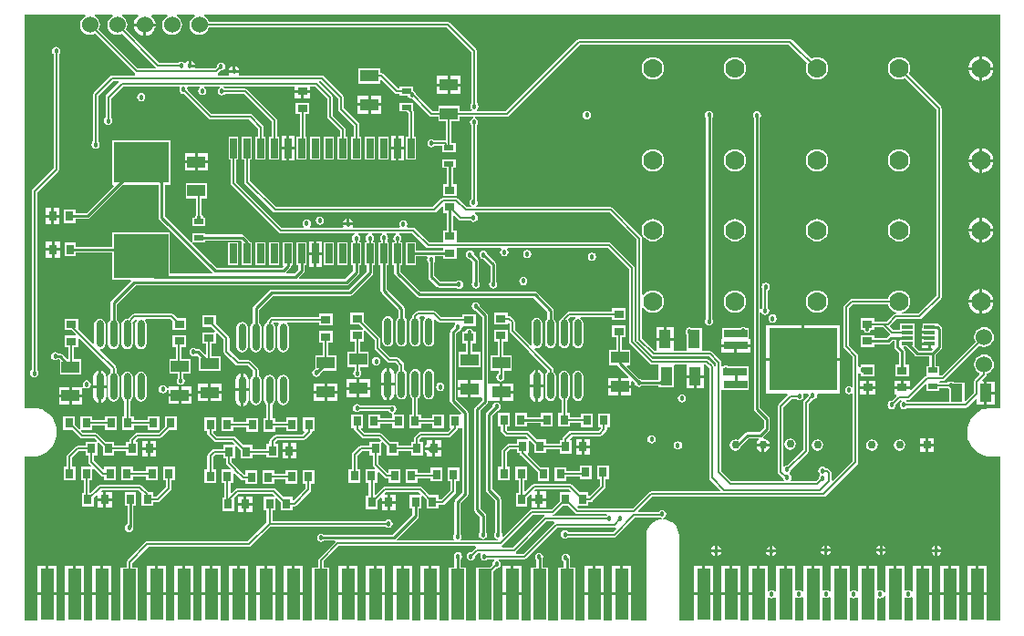
<source format=gbl>
%FSTAX23Y23*%
%MOIN*%
%SFA1B1*%

%IPPOS*%
%ADD10R,0.050000X0.185000*%
%ADD11R,0.031000X0.037000*%
%ADD12R,0.043000X0.067000*%
%ADD15R,0.037000X0.031000*%
%ADD17R,0.035000X0.020000*%
%ADD18R,0.067000X0.043000*%
%ADD21O,0.028000X0.098000*%
%ADD22R,0.200000X0.160000*%
%ADD23R,0.200000X0.150000*%
%ADD24C,0.010000*%
%ADD25C,0.008000*%
%ADD27C,0.030000*%
%ADD28R,0.030000X0.030000*%
%ADD29C,0.060000*%
%ADD30C,0.018000*%
%ADD31C,0.070000*%
%ADD32R,0.025000X0.072000*%
%ADD33R,0.086000X0.031000*%
%ADD34R,0.250000X0.230000*%
%ADD35R,0.039000X0.012000*%
%LNseniordesign-1*%
%LPD*%
G36*
X0366Y03128D02*
X03658Y03126D01*
X03643Y03111*
X03642*
X03636Y0311*
X03631Y03107*
X03628Y03102*
X03627Y03096*
X03628Y0309*
X03631Y03085*
X03636Y03082*
X03642Y03081*
X03648Y03082*
X03653Y03085*
X03656Y0309*
X03657Y03096*
Y03097*
X03669Y03109*
X03676*
X03679Y03104*
X03677Y03102*
X03676Y03096*
X03677Y0309*
X0368Y03085*
X03685Y03082*
X03691Y03081*
X03697Y03082*
X03702Y03085*
Y03086*
X03729*
X0373Y03081*
X03725Y03078*
X03722Y03073*
X03721Y03067*
Y03066*
X03711Y03056*
X03662*
Y0286*
X03624*
Y03056*
X03604*
Y03084*
X03606Y03085*
X03609Y0309*
X0361Y03096*
X03609Y03102*
X03606Y03107*
X03601Y0311*
X03595Y03111*
X03589Y0311*
X03584Y03107*
X03581Y03102*
X0358Y03096*
X03581Y0309*
X03582Y03089*
Y03056*
X03562*
Y0286*
X03528*
Y02953*
X03458*
Y0286*
X03428*
Y02953*
X03358*
Y0286*
X03328*
Y02953*
X03258*
Y0286*
X03228*
Y02953*
X03158*
Y0286*
X03124*
Y03056*
X03103*
Y03077*
X03159Y03133*
X03659*
X0366Y03128*
G37*
G36*
X04248Y04255D02*
Y03889D01*
X04249Y03885*
X04251Y03882*
X04303Y0383*
X04306Y03828*
X0431Y03827*
X04513*
X04538Y03802*
Y03792*
X04533*
X04532Y03794*
X0453Y03797*
X04512Y03815*
X04509Y03817*
X04505Y03818*
X04307*
X04241Y03884*
Y0415*
X0424Y04154*
X04238Y04157*
X04154Y04241*
X04151Y04243*
X04147Y04244*
X0359*
Y04246*
Y04289*
X03576*
Y04341*
X03581Y04343*
X03597Y04327*
X03601Y04325*
X03605Y04324*
X03641*
Y04323*
X03646Y0432*
X03652Y04319*
X03658Y0432*
X03663Y04323*
X03666Y04328*
X03667Y04334*
X03666Y0434*
X03663Y04345*
X03658Y04348*
X03659Y04353*
X0415*
X04248Y04255*
G37*
G36*
X04878Y03688D02*
X04877Y03684D01*
Y03683*
X04859Y03665*
X04857Y03662*
X04856Y03658*
Y03485*
X04799Y03428*
X04798*
X04792Y03427*
X04788Y03424*
X04783Y03426*
Y03641*
X04814Y03672*
X04832*
Y03671*
X04837Y03668*
X04843Y03667*
X04849Y03668*
X04854Y03671*
X04857Y03676*
X04858Y03682*
X04857Y03688*
X04859Y03692*
X04874*
X04878Y03688*
G37*
G36*
X03946Y03218D02*
D01*
X03834Y03106*
X03807*
X03806Y03111*
X03807Y03112*
X03918Y03223*
X03943*
X03946Y03218*
G37*
G36*
X03606Y03566D02*
X03607D01*
X03611Y03563*
Y03329*
X03585Y03303*
X03583Y03299*
X03582Y03295*
Y03178*
X03579Y03174*
X03578Y03168*
X03579Y03162*
X03582Y03158*
X0358Y03153*
X03373*
X03371Y03158*
X03447Y03235*
X0345Y03238*
X03451Y03243*
Y0327*
X03461*
Y03315*
X03466Y03317*
X03481Y03302*
Y0327*
X03524*
Y03285*
X03539*
X03543Y03286*
X03546Y03288*
X03586Y03327*
X03588Y03331*
X03589Y03334*
Y03371*
X036*
Y03421*
X03557*
Y03371*
X03568*
Y03339*
X03535Y03305*
X03524*
Y0332*
X03492*
X03464Y03348*
X0346Y0335*
X03456Y03351*
X03328*
X03324Y0335*
X0332Y03348*
X03294Y03322*
X0329Y03324*
Y03365*
X03301*
Y03402*
X03306Y03404*
X03327Y03383*
X0333Y03381*
X03334Y0338*
X03341*
Y03365*
X03384*
Y03415*
X03341*
Y03404*
X03336Y03402*
X03304Y03435*
Y03466*
X03315*
Y03511*
X0332Y03513*
X03335Y03498*
Y03466*
X03378*
Y03481*
X03423*
Y03466*
X03466*
Y03516*
X03455*
Y03524*
X03461Y03531*
X03562*
X03566Y03532*
X03569Y03534*
X03592Y03556*
X03594Y0356*
X03595Y03563*
X036Y03566*
X03606*
G37*
G36*
X05306Y03723D02*
Y03702D01*
X05354*
Y03712*
X05385*
Y03711*
X0539Y03708*
Y0366*
X05237*
X05236Y03661*
X05233Y03663*
X05234Y03668*
X0524*
X05244Y03669*
X05247Y03671*
X05302Y03725*
X05306Y03723*
G37*
G36*
X03912Y03243D02*
X0391Y03242D01*
X03907Y0324*
X03796Y03129*
X03756*
X03755Y03134*
X03757Y03136*
X03869Y03248*
X03912*
Y03243*
G37*
G36*
X04024Y03254D02*
X04028Y03252D01*
X04032Y03251*
X04139*
X0414Y03246*
X04137Y03244*
Y03243*
X03943*
X03942Y03248*
X03944Y03249*
X03948Y03251*
X03977Y0328*
X03998*
X04024Y03254*
G37*
G36*
X0434Y03236D02*
Y03231D01*
X04331Y0323*
X04325Y03228*
X04319*
X04315Y03224*
X0431Y03221*
X043Y03214*
X04293Y03204*
X04287Y03194*
X04284Y03183*
X04283Y03171*
Y0286*
X04228*
Y02953*
X04158*
Y0286*
X04128*
Y02953*
X04058*
Y0286*
X04024*
Y03056*
X04004*
Y03087*
Y03089*
Y03091*
X04003Y03097*
X04Y03102*
X03995Y03105*
X03989Y03106*
X03983Y03105*
X03978Y03102*
X03975Y03097*
X03974Y03091*
X03975Y03085*
X03978Y0308*
X03982Y03078*
Y03056*
X03962*
Y0286*
X03924*
Y03056*
X03904*
Y03087*
X03905Y03088*
X03906Y03094*
X03905Y031*
X03902Y03105*
X03897Y03108*
X03891Y03109*
X03885Y03108*
X0388Y03105*
X03877Y031*
X03876Y03094*
X03877Y03088*
X0388Y03083*
X03882Y03082*
Y03056*
X03862*
Y0286*
X03828*
Y02953*
X03758*
Y0286*
X03724*
Y03041*
X03735Y03052*
X03736*
X03742Y03053*
X03747Y03056*
X0375Y03061*
X03751Y03067*
X0375Y03073*
X03747Y03078*
X03742Y03081*
X03743Y03086*
X03838*
X03842Y03087*
X03845Y03089*
X03957Y03201*
X04166*
X0417Y03202*
X04171*
X04174Y03198*
X04162Y03186*
X03997*
Y03187*
X03992Y0319*
X03986Y03191*
X0398Y0319*
X03975Y03187*
X03972Y03182*
X03971Y03176*
X03972Y0317*
X03975Y03165*
X0398Y03162*
X03986Y03161*
X03992Y03162*
X03997Y03165*
Y03166*
X04166*
X0417Y03167*
X04173Y03169*
X04241Y03237*
X04335*
X0434Y03236*
G37*
G36*
X05576Y03639D02*
X05547D01*
X05529Y03638*
X05524Y03636*
X05512Y03633*
X05497Y03624*
X05483Y03613*
X05472Y036*
X05464Y03584*
X0546Y03573*
Y03572*
X05459Y03571*
Y03568*
Y03567*
X05457Y0355*
X05459Y03533*
Y03532*
Y03527*
Y03521*
X05464Y03517*
Y03516*
X05472Y035*
X05483Y03487*
X05497Y03476*
X05512Y03467*
X05529Y03462*
X05547Y03461*
X05576*
Y0286*
X05528*
Y02953*
X05458*
Y0286*
X05428*
Y02953*
X05358*
Y0286*
X05328*
Y02953*
X05293*
Y02957*
X05288*
Y0306*
X05258*
Y0297*
X05253Y02968*
Y02969*
X05248Y02972*
X05242Y02973*
X05236Y02972*
X05232Y0297*
X05228Y02972*
Y0306*
X05198*
Y02957*
X05188*
Y0306*
X05158*
Y02964*
X05153Y02963*
X0515Y02968*
X05145Y02971*
X05139Y02972*
X05133Y02971*
X05132*
X05128Y02973*
Y0306*
X05098*
Y02957*
X05088*
Y0306*
X05058*
Y02969*
X05053Y02967*
Y02968*
X05048Y02971*
X05042Y02972*
X05036Y02971*
X05032Y02969*
X05028Y02971*
Y0306*
X04998*
Y02957*
X04988*
Y0306*
X04958*
Y0297*
X04953Y02968*
Y02969*
X04948Y02972*
X04942Y02973*
X04936Y02972*
X04932Y0297*
X04928Y02972*
Y0306*
X04898*
Y02957*
X04888*
Y0306*
X04858*
Y0297*
X04853Y02968*
Y02969*
X04848Y02972*
X04842Y02973*
X04836Y02972*
X04832Y0297*
X04828Y02972*
Y0306*
X04798*
Y02957*
X04788*
Y0306*
X04758*
Y02969*
X04753Y02967*
Y02968*
X04748Y02971*
X04742Y02972*
X04736Y02971*
X04732Y02969*
X04728Y02971*
Y0306*
X04698*
Y02957*
X04693*
Y02953*
X04658*
Y0286*
X04628*
Y02953*
X04558*
Y0286*
X04528*
Y02953*
X04458*
Y0286*
X04403*
Y03171*
X04402Y03183*
X04399Y03194*
X04393Y03204*
X04386Y03214*
X04376Y03221*
X04367Y03226*
X04364Y03229*
X04363Y03228*
X04361*
X04355Y0323*
X04344Y03231*
Y03236*
X04347Y03237*
X04352Y0324*
X04355Y03245*
X04356Y03251*
X04355Y03257*
X04352Y03262*
X04347Y03265*
X04341Y03266*
X04335Y03265*
X0433Y03262*
X04327Y03257*
X04255*
X04253Y03262*
X04304Y03313*
X04932*
X04936Y03314*
X04939Y03316*
X05056Y03433*
X05058Y03436*
X05059Y0344*
Y03763*
X05064Y03765*
X05067Y03763*
X05068*
Y03754*
X05118*
Y03797*
X05068*
Y03791*
X05067*
X05064Y03789*
X05059Y03791*
Y03829*
X05058Y03833*
X05056Y03836*
X05023Y03869*
Y04003*
X05038Y04018*
X05167*
Y04017*
X05171Y04007*
X05178Y03999*
X05186Y03992*
X05196Y03988*
X05195Y03983*
X05191Y03982*
X05188Y0398*
X05163Y03956*
X05117*
Y03967*
X05067*
Y03924*
X05077*
Y03923*
X0508Y03918*
X05085Y03915*
X05091Y03914*
X05097Y03915*
X05102Y03918*
X05105Y03923*
Y03924*
X05117*
Y03935*
X05147*
X05173Y0391*
Y03905*
X0517Y03903*
X05161Y03894*
X05117*
Y03904*
X05067*
Y03861*
X05117*
Y03871*
X05166*
X0517Y03872*
X05173Y03875*
X05183Y03884*
X05191*
Y03863*
X05192Y03858*
X05194Y03855*
X05208Y03841*
Y03797*
X05194*
Y03754*
X05244*
Y03797*
X0523*
Y03846*
X05229Y0385*
X05227Y03854*
X05223Y03858*
X05225Y03863*
X05233*
X05265Y0383*
X05269Y03828*
X05273Y03827*
X05319*
Y03792*
X05306*
Y03777*
Y03761*
Y03757*
X05303Y03755*
X05252Y03705*
X05248Y03707*
Y03708*
X0519*
Y03687*
X05196*
X05198Y03682*
X05181Y03665*
X0518*
X05174Y03664*
X05169Y03661*
X05166Y03656*
X05165Y0365*
X05166Y03644*
X05169Y03639*
X05174Y03636*
X0518Y03635*
X05186Y03636*
X05191Y03639*
X05194Y03644*
X05195Y0365*
Y03651*
X05212Y03667*
X05217Y03666*
Y03663*
X05214Y03661*
X05211Y03656*
X0521Y0365*
X05211Y03644*
X05214Y03639*
X05219Y03636*
X05225Y03635*
X05231Y03636*
X05236Y03639*
X05452*
X05455Y0364*
X05459Y03642*
X05488Y03671*
X05492Y0367*
Y0365*
X05519*
Y03693*
Y03736*
X05513*
X05512Y03741*
X05525Y03755*
X05527Y03758*
X05528Y03762*
Y03763*
X05536Y03767*
X05544Y03772*
X05549Y0378*
X05553Y03789*
X05554Y03798*
X05553Y03807*
X05549Y03816*
X05544Y03824*
X05536Y03829*
X05527Y03833*
X05518Y03834*
X05509Y03833*
X055Y03829*
X05492Y03824*
X05487Y03816*
X05483Y03807*
X05482Y03798*
X05483Y03789*
X05487Y0378*
X05492Y03772*
X055Y03767*
X05502Y03766*
X05503Y03761*
X05485Y03744*
X05483Y0374*
X05482Y03736*
Y03695*
X0545Y03663*
X05446Y03664*
Y03732*
X05407*
Y03733*
X05402Y03736*
X05396Y03737*
X0539Y03736*
X05385Y03733*
Y03732*
X05354*
Y03733*
Y03734*
X05357Y03738*
X05368*
X05372Y03739*
X05375Y03741*
X05501Y03866*
X05509Y03863*
X05518Y03862*
X05527Y03863*
X05536Y03867*
X05544Y03872*
X05549Y0388*
X05553Y03889*
X05554Y03898*
X05553Y03907*
X05549Y03916*
X05544Y03924*
X05536Y03929*
X05527Y03933*
X05518Y03934*
X05509Y03933*
X055Y03929*
X05492Y03924*
X05487Y03916*
X05483Y03907*
X05482Y03898*
X05483Y03889*
X05486Y03881*
X05364Y03758*
X05356*
X05354Y03761*
Y03762*
Y03792*
X05341*
Y03834*
X05362Y03854*
X05364Y03858*
X05365Y03862*
Y03929*
X05364Y03933*
X05362Y03937*
X05355Y03944*
X05351Y03947*
X05347*
X05345*
Y03948*
X05294*
Y03931*
X0529*
Y0392*
X05319*
Y0391*
X0529*
Y039*
X05319*
Y0389*
X0529*
Y03879*
X05319*
Y03874*
X05324*
Y03858*
X05328*
X0533Y03854*
X05325Y03849*
X05278*
X05263Y03864*
Y03883*
Y03904*
Y03924*
Y03948*
X05211*
Y03926*
X05186*
X05175Y03937*
Y03938*
X05199Y03963*
X05281*
X05285Y03964*
X05288Y03966*
X0536Y04038*
X05362Y04041*
X05363Y04045*
Y04735*
X05362Y04739*
X0536Y04742*
X05243Y0486*
X05247Y0487*
X05248Y04881*
X05247Y04892*
X05243Y04902*
X05236Y0491*
X05228Y04917*
X05218Y04921*
X05207Y04922*
X05196Y04921*
X05186Y04917*
X05178Y0491*
X05171Y04902*
X05167Y04892*
X05166Y04881*
X05167Y0487*
X05171Y0486*
X05178Y04852*
X05186Y04845*
X05196Y04841*
X05207Y0484*
X05218Y04841*
X05228Y04845*
X05343Y04731*
Y04049*
X05277Y03983*
X05219*
X05218Y03988*
X05228Y03992*
X05236Y03999*
X05243Y04007*
X05247Y04017*
X05248Y04028*
X05247Y04039*
X05243Y04049*
X05236Y04057*
X05228Y04064*
X05218Y04068*
X05207Y04069*
X05196Y04068*
X05186Y04064*
X05178Y04057*
X05171Y04049*
X05167Y04039*
Y04038*
X05034*
X0503Y04037*
X05027Y04035*
X05006Y04014*
X05004Y04011*
X05003Y04007*
Y03865*
X05004Y03861*
X05006Y03858*
X05039Y03825*
Y03718*
X05034Y03716*
X05031Y03718*
X05025Y03719*
X05019Y03718*
X05014Y03715*
X05011Y0371*
X0501Y03704*
X05011Y03698*
X05014Y03693*
X05019Y0369*
X05025Y03689*
X05031Y0369*
X05034Y03692*
X05039Y0369*
Y03444*
X04967Y03372*
X04962Y03374*
Y03401*
X04961Y03405*
X04959Y03408*
X04951Y03416*
X04948Y03418*
X04944Y03419*
X04938*
Y0342*
X04933Y03423*
X04927Y03424*
X04921Y03423*
X04916Y0342*
X04913Y03415*
X04912Y03409*
X04913Y03403*
X04916Y03398*
X04918Y03397*
Y03392*
X04917*
X04914Y03387*
X04913Y03381*
Y0338*
X04904Y03371*
X04814*
X04812Y03376*
X04813Y03377*
X04814Y03383*
X04813Y03389*
X0481Y03394*
X04807Y03396*
Y03401*
X04809Y03402*
X04812Y03407*
X04813Y03413*
Y03414*
X04873Y03474*
X04875Y03477*
X04876Y03481*
Y03654*
X04891Y03669*
X04892*
X04898Y0367*
X04903Y03673*
X04906Y03678*
X04907Y03684*
X04906Y03688*
X0491Y03692*
X04991*
Y03812*
X04721*
Y03692*
X04799*
X04801Y03687*
X04766Y03652*
X04764Y03649*
X04763Y03645*
Y03406*
X04764Y03402*
X04766Y03399*
X04784Y0338*
X04785Y03377*
X04786Y03376*
X04784Y03371*
X04594*
X04558Y03407*
Y03705*
X04561*
X04562*
X04659*
Y03748*
X04658*
Y03749*
Y03792*
X04583*
X04581Y03793*
X04575Y03794*
X04569Y03793*
X04567Y03792*
X04562*
X0456*
X04558Y03794*
Y03806*
X04557Y0381*
X04555Y03813*
X04524Y03844*
X04521Y03846*
X04517Y03847*
X04486*
Y03852*
Y0393*
X04449*
X04447Y03932*
X04441Y03933*
X04435Y03932*
X04433Y0393*
X0443*
Y03929*
X04427Y03924*
X04426Y03918*
X04427Y03912*
X0443Y03907*
Y03852*
Y03851*
X04427Y03847*
X04384*
Y03848*
Y03851*
Y03886*
X0432*
Y03851*
Y03848*
Y03847*
X04314*
X04268Y03893*
Y04003*
X04273Y04005*
X04278Y03999*
X04286Y03992*
X04296Y03988*
X04307Y03987*
X04318Y03988*
X04328Y03992*
X04336Y03999*
X04343Y04007*
X04347Y04017*
X04348Y04028*
X04347Y04039*
X04343Y04049*
X04336Y04057*
X04328Y04064*
X04318Y04068*
X04307Y04069*
X04296Y04068*
X04286Y04064*
X04278Y04057*
X04273Y04051*
X04268Y04053*
Y04259*
X04267Y04263*
X04265Y04266*
X04161Y0437*
X04158Y04372*
X04154Y04373*
X03662*
X03661Y04378*
X03663Y04379*
X03666Y04384*
X03667Y0439*
X03666Y04396*
X03664Y04399*
Y04674*
X03665*
X03668Y04679*
X03669Y04685*
X03668Y04691*
X03665Y04696*
X0366Y04699*
X03657Y047*
X03658Y04705*
X03773*
X03777*
X0378Y04708*
X04041Y04969*
X04805*
X04871Y04902*
X04867Y04892*
X04866Y04881*
X04867Y0487*
X04871Y0486*
X04878Y04852*
X04886Y04845*
X04896Y04841*
X04907Y0484*
X04918Y04841*
X04928Y04845*
X04936Y04852*
X04943Y0486*
X04947Y0487*
X04948Y04881*
X04947Y04892*
X04943Y04902*
X04936Y0491*
X04928Y04917*
X04918Y04921*
X04907Y04922*
X04896Y04921*
X04886Y04917*
X04816Y04986*
X04813Y04988*
X04809Y04989*
X04037*
X04033Y04988*
X0403Y04986*
X03769Y04725*
X03665*
X03664Y0473*
X03666Y04731*
X03669Y04736*
X0367Y04742*
X03669Y04748*
X03666Y04753*
X03665*
Y04944*
X03664Y04948*
X03662Y04951*
X03566Y05047*
X03563Y05049*
X03559Y0505*
X02685*
X02681Y05058*
X02676Y05066*
X02668Y05071*
X02667Y05072*
X02668Y05077*
X05576*
Y03639*
G37*
G36*
X05158Y0295D02*
Y0286D01*
X05128*
Y02941*
X05132Y02943*
X05133*
X05139Y02942*
X05145Y02943*
X0515Y02946*
X05153Y02951*
X05158Y0295*
G37*
G36*
X04858Y02946D02*
Y0286D01*
X04828*
Y02944*
X04832Y02946*
X04836Y02944*
X04842Y02943*
X04848Y02944*
X04853Y02947*
Y02948*
X04858Y02946*
G37*
G36*
X04958D02*
Y0286D01*
X04928*
Y02944*
X04932Y02946*
X04936Y02944*
X04942Y02943*
X04948Y02944*
X04953Y02947*
Y02948*
X04958Y02946*
G37*
G36*
X02633Y05072D02*
X02632Y05071D01*
X02624Y05066*
X02619Y05058*
X02615Y05049*
X02614Y0504*
X02615Y05031*
X02619Y05022*
X02624Y05014*
X02632Y05009*
X02641Y05005*
X0265Y05004*
X02659Y05005*
X02668Y05009*
X02676Y05014*
X02681Y05022*
X02685Y0503*
X03555*
X03645Y0494*
Y04753*
X03644*
X03641Y04748*
X0364Y04742*
X03641Y04736*
X03644Y04731*
X03646Y0473*
X03645Y04725*
X03601*
Y04743*
X03523*
Y04725*
X03503*
X03441Y04788*
X0344Y04791*
X03437Y04796*
X03432Y04799*
X0343Y048*
Y04813*
X03382*
Y04808*
X03376*
X03322Y04861*
X03319Y04864*
X03315*
X0331*
Y04882*
X03232*
Y04826*
X0331*
Y04838*
X03315Y04839*
X03364Y0479*
X03368Y04788*
X03371Y04787*
X03382*
Y04782*
X03411*
X03412Y04779*
X03415Y04774*
X0342Y04771*
X03426Y0477*
X03429*
X03492Y04708*
X03495Y04705*
X03499*
X03523*
Y04687*
X03552*
Y0462*
X03548Y04617*
X03547*
X03509*
Y04618*
X03504Y04621*
X03498Y04622*
X03492Y04621*
X03487Y04618*
X03484Y04613*
X03483Y04607*
X03484Y04601*
X03487Y04596*
X03492Y04593*
X03498Y04592*
X03504Y04593*
X03509Y04596*
Y04597*
X03538*
Y04576*
X03586*
Y04607*
X03572*
Y04687*
X03601*
Y04705*
X0365*
X03651Y047*
X03648Y04699*
X03643Y04696*
X0364Y04691*
X03639Y04685*
X0364Y04679*
X03643Y04674*
X03644*
Y04403*
X03641Y04401*
X03638Y04396*
X03637Y0439*
X03638Y04384*
X03641Y04379*
X03643Y04378*
X03642Y04373*
X03628*
X03595Y04406*
X03592Y04409*
X03588*
X03542*
X03538*
X03535Y04406*
X03502Y04373*
X02931*
X02834Y04471*
Y04547*
X02842*
Y04631*
X02805*
Y04547*
X02813*
Y04466*
X02814Y04462*
X02816Y04459*
X0292Y04356*
X02923Y04354*
X02927Y04353*
X03506*
X0351Y04354*
X03513Y04356*
X03536Y04378*
X0354Y04376*
Y04352*
X03554*
Y04289*
X0354*
Y04246*
X03539Y04244*
X0349*
X03439Y04295*
X03436Y04297*
X03432Y04298*
X0341*
X03407Y04303*
X03409Y04305*
X0341Y04311*
X03409Y04317*
X03406Y04322*
X03401Y04325*
X03395Y04326*
X03389Y04325*
X03384Y04322*
X03381Y04317*
X0338Y04311*
X03381Y04305*
X03383Y04303*
X0338Y04298*
X03212*
X0321Y04303*
X03211Y04305*
Y04307*
X03175*
Y04305*
X03176Y04303*
X03174Y04298*
X03054*
X03053Y04303*
X03056Y04308*
X03057Y04314*
X03056Y0432*
X03053Y04325*
X03048Y04328*
X03042Y04329*
X03036Y04328*
X03031Y04325*
X03028Y0432*
X03027Y04314*
X03028Y04308*
X03031Y04303*
X0303Y04298*
X02951*
X02784Y04465*
Y04547*
X02792*
Y04631*
X02756*
Y04547*
X02764*
Y04461*
X02765Y04457*
X02767Y04454*
X0294Y04281*
X02943Y04279*
X02947Y04278*
X03216*
X03217Y04273*
X03212Y0427*
X03209Y04265*
X03208Y04259*
X03209Y04253*
X03212Y04249*
X03209Y04245*
X03205*
Y0416*
X03212*
Y0414*
X03182Y0411*
X03015*
X03013Y04115*
X03032Y04134*
X03034Y04137*
X03035Y04142*
Y0416*
X03042*
Y04245*
X03005*
Y0416*
X03012*
Y04146*
X02996Y0413*
X02969*
X02967Y04135*
X02982Y0415*
X02984Y04153*
X02985Y04158*
X02988Y0416*
X02992*
Y04245*
X02955*
Y0416*
X02957Y04157*
X02952Y04152*
X02712*
X02623Y04241*
Y04242*
X02625Y04246*
X02671*
Y0425*
X02802*
X02806Y04246*
X02805Y04245*
Y0416*
X02842*
Y04245*
X02835*
X02834Y04249*
X02832Y04252*
X02814Y04269*
X02811Y04272*
X02807Y04273*
X02671*
Y04277*
X02623*
Y04247*
X0262Y04246*
X02619Y04245*
X02523Y04341*
Y04456*
X02543*
Y04618*
X02331*
Y04456*
X02334*
X02336Y04452*
X02236Y04352*
X02197*
Y04366*
X02154*
Y04316*
X02197*
Y0433*
X02241*
X02245Y04331*
X02249Y04333*
X02372Y04456*
X02501*
Y04336*
X02502Y04332*
X02504Y04328*
X02697Y04135*
X02696Y04131*
X02695Y0413*
X02542*
Y04281*
X0233*
Y04229*
X02199*
Y04243*
X02156*
Y04193*
X02199*
Y04207*
X0233*
Y04109*
X02398*
X024Y04104*
X02328Y04032*
X02325Y04028*
X02324Y04024*
Y03961*
X02321Y03959*
X02317Y03953*
X02315Y03945*
Y03874*
X02317Y03866*
X02321Y0386*
X02328Y03856*
X02336Y03854*
X02343Y03856*
X0235Y0386*
X02354Y03866*
X02356Y03874*
Y03945*
X02354Y03953*
X0235Y03959*
X02347Y03961*
Y04019*
X02416Y04088*
X03187*
X03191Y04089*
X03195Y04091*
X03232Y04128*
X03234Y04131*
X03235Y04136*
Y0416*
X03242*
Y04245*
X03237*
X03234Y04249*
X03237Y04253*
X03238Y04259*
X03237Y04265*
X03234Y0427*
X03229Y04273*
X0323Y04278*
X03266*
X03267Y04273*
X03262Y0427*
X03259Y04265*
X03258Y04259*
X03259Y04253*
X03262Y04249*
X03259Y04245*
X03255*
Y0416*
X03262*
Y04137*
X03196Y04071*
X02913*
X02909Y0407*
X02905Y04068*
X02848Y04011*
X02845Y04007*
X02844Y04003*
Y03949*
X02841Y03947*
X02837Y03941*
X02835Y03933*
Y03862*
X02837Y03854*
X02841Y03848*
X02848Y03844*
X02856Y03842*
X02863Y03844*
X0287Y03848*
X02874Y03854*
X02876Y03862*
Y03933*
X02874Y03941*
X0287Y03947*
X02867Y03949*
Y03998*
X02918Y04049*
X03201*
X03205Y0405*
X03209Y04052*
X03282Y04125*
X03284Y04128*
X03285Y04133*
Y0416*
X03292*
Y04245*
X03287*
X03284Y04249*
X03287Y04253*
X03288Y04259*
X03287Y04265*
X03284Y0427*
X03279Y04273*
X0328Y04278*
X03316*
X03317Y04273*
X03314Y04271*
X03311Y04266*
X0331Y0426*
X03311Y04254*
X03314Y04249*
X03311Y04245*
X03305*
Y0416*
X03312*
Y04067*
X03313Y04063*
X03316Y04059*
X03377Y03998*
Y0397*
X03374Y03968*
X0337Y03962*
X03368Y03954*
Y03883*
X0337Y03875*
X03374Y03869*
X03381Y03865*
X03389Y03863*
X03396Y03865*
X03403Y03869*
X03407Y03875*
X03409Y03883*
Y03954*
X03407Y03962*
X03403Y03968*
X034Y0397*
Y04002*
X03399Y04007*
X03397Y0401*
X03335Y04072*
Y0416*
X03342*
Y04245*
X03339*
X03336Y04249*
X03339Y04254*
X0334Y0426*
X03339Y04266*
X03336Y04271*
X03333Y04273*
X03334Y04278*
X03367*
X03368Y04273*
X03363Y0427*
X0336Y04265*
X03359Y04259*
X0336Y04253*
X03363Y04249*
X0336Y04245*
X03355*
Y0416*
X03362*
Y04132*
X03363Y04128*
X03366Y04124*
X03445Y04045*
X03449Y04043*
X03453Y04042*
X03871*
X03922Y03991*
Y03964*
X03919Y03962*
X03915Y03956*
X03913Y03948*
Y03877*
X03915Y03869*
X03919Y03863*
X03926Y03859*
X03934Y03857*
X03941Y03859*
X03948Y03863*
X03952Y03869*
X03954Y03877*
Y03948*
X03952Y03956*
X03948Y03962*
X03945Y03964*
Y03995*
X03944Y04*
X03942Y04003*
X03884Y04061*
X0388Y04063*
X03876Y04064*
X03458*
X03385Y04137*
Y0416*
X03392*
Y04245*
X03388*
X03385Y04249*
X03388Y04253*
X03389Y04259*
X03388Y04265*
X03385Y0427*
X0338Y04273*
X03381Y04278*
X03428*
X03479Y04227*
X03482Y04225*
X03486Y04224*
X0354*
Y04216*
X03442*
Y04245*
X03405*
Y0416*
X03442*
Y04193*
X03482*
X03484Y04189*
X03483Y04187*
X03482Y04181*
X03483Y04175*
X03486Y04171*
Y04119*
X03487Y04115*
X03489Y04111*
X03518Y04082*
X03522Y0408*
X03526Y04079*
X03589*
X03593Y04076*
X03599Y04075*
X03605Y04076*
X0361Y04079*
X03613Y04084*
X03614Y0409*
X03613Y04096*
X0361Y04101*
X03605Y04104*
X03599Y04105*
X03593Y04104*
X03589Y04101*
X03531*
X03508Y04124*
Y04171*
X03511Y04175*
X03512Y04181*
X03511Y04187*
X0351Y04189*
X03512Y04193*
X0354*
Y04183*
X0359*
Y04224*
X03751*
X03754Y04219*
X0375Y04214*
X03749Y04208*
X0375Y04203*
X03754Y04198*
X03759Y04194*
X03764Y04193*
X0377Y04194*
X03775Y04198*
X03779Y04203*
X0378Y04208*
X03779Y04214*
X03775Y04219*
X03778Y04224*
X04143*
X04221Y04146*
Y0388*
X04222Y03876*
X04224Y03873*
X04296Y03801*
X04299Y03799*
X04303Y03798*
X04328*
Y03793*
Y03742*
X04266*
X04262Y03745*
X04257Y03746*
X04212Y03791*
X04214Y03795*
X04225*
Y03851*
X04194*
Y03897*
X04209*
Y0394*
X04159*
Y03897*
X04174*
Y03851*
X04147*
Y03795*
X04176*
X04178Y03793*
X04218Y03753*
X04216Y03749*
X04191*
Y03722*
X04229*
Y03735*
X04234Y03737*
X04241Y0373*
X04242Y03725*
X04245Y0372*
X0425Y03717*
X04256Y03716*
X04262Y03717*
X04266Y0372*
X04328*
Y03715*
X04384*
Y03793*
Y03794*
X04387Y03798*
X0443*
Y03797*
Y03794*
Y03759*
X04494*
Y03794*
Y03797*
Y03798*
X04501*
X04513Y03786*
Y03383*
X04514Y03379*
X04516Y03376*
X04554Y03338*
X04552Y03333*
X043*
X04296Y03332*
X04293Y0333*
X04234Y03271*
X04036*
X04031Y03276*
X04033Y0328*
X04072*
Y03295*
X04079*
X04083Y03296*
X04086Y03298*
X04132Y03343*
X04134Y03347*
X04135Y0335*
Y03378*
X04146*
Y03428*
X04103*
Y03378*
X04114*
Y03355*
X04077Y03317*
X04072Y03319*
Y0333*
X0404*
X04012Y03358*
X04008Y0336*
X04004Y03361*
X03875*
X03871Y0336*
X03867Y03358*
X03842Y03333*
X03838Y03335*
Y03374*
X03848*
Y03424*
X03805*
Y03374*
X03817*
Y03329*
X03806*
Y03279*
X03849*
Y03311*
X0386Y03322*
X03865Y0332*
Y03309*
X03885*
Y03333*
X03877*
X03875Y03337*
X03879Y03341*
X04*
X04007Y03334*
X04005Y0333*
X03966*
Y03298*
X03936Y03268*
X03865*
X03861Y03267*
X03858Y03265*
X03761Y03169*
X03757Y03171*
Y03173*
X03756Y03179*
X03753Y03183*
Y03305*
X03752Y03309*
X0375Y03313*
X0372Y03343*
Y03611*
X03737Y03628*
X03742Y03629*
X03747Y03632*
X0375Y03637*
X03751Y03643*
X0375Y03649*
X03747Y03654*
X03742Y03657*
X03736Y03658*
X0373Y03657*
X03725Y03654*
X03722Y03649*
X03721Y03644*
X03701Y03624*
X03699Y0362*
X03698Y03616*
Y03338*
X03699Y03334*
X03701Y0333*
X03731Y033*
Y03183*
X03728Y03179*
X03727Y03173*
X03728Y03167*
X03731Y03162*
X03736Y03159*
X0374Y03158*
X03739Y03153*
X03606*
X03604Y03158*
X03607Y03162*
X03608Y03168*
X03607Y03174*
X03604Y03178*
Y0329*
X0363Y03316*
X03632Y0332*
X03633Y03324*
Y0362*
X03632Y03624*
X0363Y03628*
X03587Y03671*
Y0391*
X03596Y03919*
X03601Y0392*
X03606Y03923*
X03609Y03928*
X0361Y03934*
Y03935*
X03613Y03939*
X0366*
Y03982*
X0361*
Y03971*
X03534*
X03514Y0399*
X03511Y03992*
X03507Y03993*
X03449*
X03445Y03992*
X03442Y0399*
X03431Y0398*
X03429Y03976*
X03428Y03973*
Y03971*
X03424Y03968*
X0342Y03962*
X03418Y03954*
Y03883*
X0342Y03875*
X03424Y03869*
X03431Y03865*
X03439Y03863*
X03446Y03865*
X03453Y03869*
X03457Y03875*
X03459Y03883*
Y03954*
X03457Y03962*
X03453Y03968*
X03456Y03973*
X03471*
X03474Y03968*
X0347Y03962*
X03468Y03954*
Y03883*
X0347Y03875*
X03474Y03869*
X03481Y03865*
X03489Y03863*
X03496Y03865*
X03503Y03869*
X03507Y03875*
X03509Y03883*
Y03954*
X03507Y03962*
X03512Y03964*
X03522Y03953*
X03526Y03951*
X0353Y0395*
X03584*
X03585Y03946*
X03584Y03945*
X03581Y0394*
X0358Y03935*
X03568Y03923*
X03566Y03919*
X03565Y03915*
Y03666*
X03566Y03662*
X03568Y03658*
X03606Y0362*
X03604Y03616*
X03563*
Y03566*
X03566*
X03568Y03562*
X03558Y03551*
X03457*
X03453Y0355*
X0345Y03548*
X03437Y03536*
X03435Y03532*
X03434Y03529*
Y03516*
X03423*
Y03501*
X03378*
Y03516*
X03346*
X03318Y03544*
X03314Y03546*
X0331Y03547*
X03254*
X0324Y03562*
X03242Y03566*
X03247*
Y03616*
X03204*
Y03566*
X03215*
Y03561*
X03216Y03558*
X03218Y03554*
X03243Y0353*
X03246Y03528*
X0325Y03527*
X03306*
X03313Y0352*
X03311Y03516*
X03272*
Y03501*
X03241*
X03237Y035*
X03234Y03498*
X03209Y03474*
X03207Y0347*
X03206Y03467*
Y03415*
X03195*
Y03365*
X03238*
Y03415*
X03227*
Y03462*
X03245Y03481*
X03272*
Y03466*
X03283*
Y0343*
X03284Y03427*
X03286Y03423*
X0329Y03419*
X03288Y03415*
X03258*
Y03365*
X03269*
Y03318*
X03258*
Y03268*
X03301*
Y033*
X03312Y03311*
X03317Y03309*
Y03298*
X03337*
Y03322*
X03329*
X03327Y03326*
X03332Y03331*
X03452*
X03459Y03324*
X03457Y0332*
X03418*
Y0327*
X03428*
Y03247*
X03356Y03175*
X03105*
X03101Y03178*
X03095Y03179*
X03089Y03178*
X03084Y03175*
X03081Y0317*
X0308Y03164*
X03081Y03158*
X03084Y03153*
X03089Y0315*
X03095Y03149*
X03101Y0315*
X03105Y03153*
X03144*
X03146Y03148*
X03086Y03088*
X03084Y03085*
X03083Y03081*
Y03056*
X03062*
Y0286*
X03028*
Y02953*
X02958*
Y0286*
X02928*
Y02953*
X02858*
Y0286*
X02828*
Y02953*
X02758*
Y0286*
X02728*
Y02953*
X02658*
Y0286*
X02628*
Y02953*
X02558*
Y0286*
X02528*
Y02953*
X02458*
Y0286*
X02424*
Y03056*
X02403*
Y03071*
X02463Y03131*
X02831*
X02835Y03132*
X02838Y03134*
X0291Y03205*
X03329*
X0333*
X03335Y03201*
X0334Y032*
X03346Y03201*
X03351Y03205*
X03355Y0321*
X03356Y03216*
X03355Y03221*
X03351Y03226*
X03346Y0323*
X0334Y03231*
X03335Y0323*
X0333Y03226*
X03329*
X02916*
Y03264*
X02927*
Y03309*
X02932Y03311*
X02947Y03296*
Y03264*
X0299*
Y03279*
X02996*
X03Y0328*
X03003Y03282*
X03056Y03334*
X03058Y03338*
X03059Y03341*
Y03362*
X0307*
Y03412*
X03027*
Y03362*
X03038*
Y03346*
X02995Y03302*
X0299Y03304*
Y03314*
X02958*
X0293Y03342*
X02926Y03344*
X02922Y03345*
X02788*
X02784Y03344*
X02781Y03342*
X02767Y03329*
X02763Y03331*
Y03364*
X02774*
Y03398*
X02779Y034*
X02803Y03376*
X02806Y03374*
X0281Y03373*
X02818*
Y03361*
X02861*
Y03411*
X02818*
Y03396*
X02813Y03394*
X02792Y03415*
Y03417*
X02789Y03421*
X02769Y03441*
Y03453*
X0278*
Y03498*
X02785Y035*
X028Y03485*
Y03453*
X02843*
Y03468*
X02894*
Y03457*
X02937*
Y03507*
X02926*
Y03512*
X02935Y03522*
X0303*
X03034Y03523*
X03037Y03525*
X03058Y03545*
X0306Y03549*
X03061Y03552*
X03064Y03554*
X03072*
Y03604*
X03029*
Y03554*
X03031*
X03033Y0355*
X03026Y03542*
X02931*
X02927Y03541*
X02924Y03539*
X02908Y03524*
X02906Y0352*
X02905Y03517*
Y03507*
X02894*
Y03488*
X02843*
Y03503*
X02811*
X02783Y03531*
X02779Y03533*
X02775Y03534*
X02714*
X027Y03549*
Y03554*
X02711*
Y03604*
X02668*
Y03554*
X02679*
Y03544*
X0268Y03541*
X02682Y03537*
X02703Y03517*
X02706Y03515*
X0271Y03514*
X02771*
X02778Y03507*
X02776Y03503*
X02737*
Y03488*
X02703*
X02699Y03487*
X02696Y03485*
X02682Y03472*
X0268Y03468*
X02679Y03465*
Y03414*
X02668*
Y03364*
X02711*
Y03414*
X027*
Y0346*
X02707Y03468*
X02737*
Y03453*
X02748*
Y03437*
X02749Y03433*
X02751Y0343*
X02763Y03418*
X02761Y03414*
X02731*
Y03364*
X02742*
Y03312*
X02733*
Y03262*
X02776*
Y03309*
X02792Y03325*
X02918*
X02925Y03318*
X02923Y03314*
X02884*
Y03264*
X02895*
Y0322*
X02827Y03151*
X02459*
X02455Y0315*
X02452Y03148*
X02386Y03082*
X02384Y03079*
X02383Y03075*
Y03056*
X02362*
Y0286*
X02328*
Y02953*
X02258*
Y0286*
X02228*
Y02953*
X02158*
Y0286*
X02128*
Y02953*
X02058*
Y0286*
X0201*
Y03461*
X02039*
X02057Y03462*
X02074Y03467*
X02089Y03476*
X02103Y03487*
X02114Y035*
X02122Y03516*
X02127Y03533*
X02129Y0355*
X02127Y03567*
X02122Y03584*
X02114Y036*
X02103Y03613*
X02089Y03624*
X02074Y03633*
X02057Y03638*
X02039Y03639*
X0201*
Y05077*
X02232*
X02233Y05072*
X02232Y05071*
X02224Y05066*
X02219Y05058*
X02215Y05049*
X02214Y0504*
X02215Y05031*
X02219Y05022*
X02224Y05014*
X02232Y05009*
X02241Y05005*
X0225Y05004*
X02259Y05005*
X02267Y05008*
X02413Y04863*
X02415Y04861*
X02414Y04856*
X02332*
X02328Y04855*
X02325Y04853*
X02263Y04791*
X02261Y04788*
X0226Y04784*
Y04613*
X02259*
X02256Y04608*
X02255Y04602*
X02256Y04596*
X02259Y04591*
X02264Y04588*
X0227Y04587*
X02276Y04588*
X02281Y04591*
X02284Y04596*
X02285Y04602*
X02284Y04608*
X02281Y04613*
X0228*
Y0478*
X02336Y04836*
X02355*
X02357Y04831*
X02309Y04783*
X02307Y0478*
X02306Y04776*
Y047*
X02305*
X02302Y04695*
X02301Y04689*
X02302Y04683*
X02305Y04678*
X0231Y04675*
X02316Y04674*
X02322Y04675*
X02327Y04678*
X0233Y04683*
X02331Y04689*
X0233Y04695*
X02327Y047*
X02326*
Y04772*
X0237Y04816*
X02576*
X02579Y04811*
X02577Y04809*
X02576Y04803*
X02577Y04797*
X0258Y04792*
X02585Y04789*
X02591Y04788*
X02592*
X02683Y04697*
X02686Y04695*
X0269Y04694*
X02832*
X02863Y04662*
Y04631*
X02855*
Y04547*
X02892*
Y04631*
X02884*
Y04666*
X02883Y0467*
X02881Y04674*
X02843Y04711*
X0284Y04713*
X02836Y04714*
X02694*
X02606Y04802*
Y04803*
X02605Y04809*
X02603Y04811*
X02606Y04816*
X02651*
X02652Y04811*
X02649Y04809*
X02646Y04804*
X02645Y04798*
X02646Y04792*
X02649Y04787*
X02654Y04784*
X0266Y04783*
X02666Y04784*
X02671Y04787*
X02674Y04792*
X02675Y04798*
X02674Y04804*
X02671Y04809*
X02668Y04811*
X02669Y04816*
X02725*
X02726Y04811*
X02721Y04808*
X02718Y04803*
X02717Y04797*
X02718Y04791*
X02721Y04786*
X02726Y04783*
X02732Y04782*
X02738Y04783*
X02743Y04786*
Y04787*
X02814*
X02913Y04687*
Y04631*
X02905*
Y04547*
X02942*
Y04631*
X02934*
Y04691*
X02933Y04695*
X02931Y04699*
X02825Y04804*
X02822Y04806*
X02818Y04807*
X02743*
Y04808*
X02738Y04811*
X02739Y04816*
X02997*
Y04802*
X03055*
Y04816*
X03072*
X03116Y04772*
Y04705*
X03117Y04701*
X03119Y04698*
X03163Y04653*
Y04631*
X03155*
Y04547*
X03192*
Y04631*
X03184*
Y04657*
X03183Y04661*
X03181Y04665*
X03136Y04709*
Y04776*
X03135Y0478*
X03133Y04783*
X03085Y04831*
X03087Y04836*
X03092*
X03158Y0477*
Y04732*
X03159Y04728*
X03161Y04725*
X03213Y04672*
Y04631*
X03205*
Y04547*
X03242*
Y04631*
X03234*
Y04676*
X03233Y0468*
X03231Y04684*
X03178Y04736*
Y04774*
X03177Y04778*
X03175Y04781*
X03103Y04853*
X031Y04855*
X03096Y04856*
X02795*
X02793Y04861*
X02794Y04863*
Y04865*
X02758*
Y04863*
X02759Y04861*
X02757Y04856*
X02717*
X02716Y04861*
X02718Y04863*
X02728Y04873*
X02729*
X02735Y04874*
X0274Y04877*
X02743Y04882*
X02744Y04888*
X02743Y04894*
X0274Y04899*
X02735Y04902*
X02729Y04903*
X02723Y04902*
X02718Y04899*
X02715Y04894*
X02714Y04888*
Y04887*
X02707Y0488*
X02636*
X02633Y04884*
Y04886*
X02615*
Y04891*
X0261*
Y0491*
X02608Y04909*
X02601Y04905*
X02599Y04902*
X02594*
X02589Y04905*
X02583Y04906*
X02577Y04905*
X02572Y04902*
Y04901*
X02503*
X02382Y05023*
X02385Y05031*
X02386Y0504*
X02385Y05049*
X02381Y05058*
X02376Y05066*
X02368Y05071*
X02367Y05072*
X02368Y05077*
X02424*
X02426Y05072*
X02421Y05069*
X02415Y0506*
X02411Y0505*
X0241Y05045*
X0249*
X02489Y0505*
X02485Y0506*
X02479Y05069*
X02474Y05072*
X02476Y05077*
X02532*
X02533Y05072*
X02532Y05071*
X02524Y05066*
X02519Y05058*
X02515Y05049*
X02514Y0504*
X02515Y05031*
X02519Y05022*
X02524Y05014*
X02532Y05009*
X02541Y05005*
X0255Y05004*
X02559Y05005*
X02568Y05009*
X02576Y05014*
X02581Y05022*
X02585Y05031*
X02586Y0504*
X02585Y05049*
X02581Y05058*
X02576Y05066*
X02568Y05071*
X02567Y05072*
X02568Y05077*
X02632*
X02633Y05072*
G37*
G36*
X04758Y02945D02*
Y0286D01*
X04728*
Y02943*
X04732Y02945*
X04736Y02943*
X04742Y02942*
X04748Y02943*
X04753Y02946*
Y02947*
X04758Y02945*
G37*
G36*
X05058D02*
Y0286D01*
X05028*
Y02943*
X05032Y02945*
X05036Y02943*
X05042Y02942*
X05048Y02943*
X05053Y02946*
Y02947*
X05058Y02945*
G37*
G36*
X02333Y05072D02*
X02332Y05071D01*
X02324Y05066*
X02319Y05058*
X02315Y05049*
X02314Y0504*
X02315Y05031*
X02319Y05022*
X02324Y05014*
X02332Y05009*
X02341Y05005*
X0235Y05004*
X02359Y05005*
X02367Y05008*
X02491Y04885*
X02489Y0488*
X02424*
X02282Y05023*
X02285Y05031*
X02286Y0504*
X02285Y05049*
X02281Y05058*
X02276Y05066*
X02268Y05071*
X02267Y05072*
X02268Y05077*
X02332*
X02333Y05072*
G37*
G36*
X05258Y02946D02*
Y0286D01*
X05228*
Y02944*
X05232Y02946*
X05236Y02944*
X05242Y02943*
X05248Y02944*
X05253Y02947*
Y02948*
X05258Y02946*
G37*
%LNseniordesign-2*%
%LPC*%
G36*
X04734Y03498D02*
X04715D01*
Y03478*
X04719Y03479*
X04728Y03485*
X04733Y03493*
X04734Y03498*
G37*
G36*
X05305D02*
X05285D01*
Y03478*
X05305*
Y03498*
G37*
G36*
X0491Y03524D02*
X04902Y03522D01*
X04895Y03518*
X0489Y03511*
X04889Y03503*
X0489Y03495*
X04895Y03488*
X04902Y03483*
X0491Y03482*
X04918Y03483*
X04925Y03488*
X04929Y03495*
X04931Y03503*
X04929Y03511*
X04925Y03518*
X04918Y03522*
X0491Y03524*
G37*
G36*
X05335Y03498D02*
X05315D01*
Y03478*
X05335*
Y03498*
G37*
G36*
X04705D02*
X04686D01*
Y03493*
X04692Y03485*
X047Y03479*
X04705Y03478*
Y03498*
G37*
G36*
X03004Y03511D02*
X02983D01*
Y03487*
X03004*
Y03511*
G37*
G36*
X02973D02*
X02953D01*
Y03487*
X02973*
Y03511*
G37*
G36*
X02492Y03519D02*
X02471D01*
Y03495*
X02492*
Y03519*
G37*
G36*
X02461D02*
X02441D01*
Y03495*
X02461*
Y03519*
G37*
G36*
X0521Y03524D02*
X05202Y03522D01*
X05195Y03518*
X0519Y03511*
X05189Y03503*
X0519Y03495*
X05195Y03488*
X05202Y03483*
X0521Y03482*
X05218Y03483*
X05225Y03488*
X05229Y03495*
X05231Y03503*
X05229Y03511*
X05225Y03518*
X05218Y03522*
X0521Y03524*
G37*
G36*
X05109D02*
X05101Y03522D01*
X05094Y03518*
X05089Y03511*
X05088Y03503*
X05089Y03495*
X05094Y03488*
X05101Y03483*
X05109Y03482*
X05117Y03483*
X05124Y03488*
X05129Y03495*
X0513Y03503*
X05129Y03511*
X05124Y03518*
X05117Y03522*
X05109Y03524*
G37*
G36*
X04399Y03517D02*
X04393Y03516D01*
X04388Y03513*
X04385Y03508*
X04384Y03502*
X04385Y03496*
X04388Y03491*
X04393Y03488*
X04399Y03487*
X04405Y03488*
X0441Y03491*
X04413Y03496*
X04414Y03502*
X04413Y03508*
X0441Y03513*
X04405Y03516*
X04399Y03517*
G37*
G36*
X0481Y03528D02*
X04802Y03526D01*
X04795Y03522*
X0479Y03515*
X04789Y03507*
X0479Y03498*
X04795Y03492*
X04802Y03487*
X0481Y03485*
X04818Y03487*
X04825Y03492*
X04829Y03498*
X04831Y03507*
X04829Y03515*
X04825Y03522*
X04818Y03526*
X0481Y03528*
G37*
G36*
X03784Y0362D02*
X03741D01*
Y0357*
X03752*
Y03554*
X03753Y03551*
X03755Y03547*
X03766Y03537*
X03769Y03535*
X03773Y03534*
X03844*
X03851Y03527*
X03849Y03523*
X0381*
Y03508*
X03781*
X03777Y03507*
X03774Y03505*
X03757Y03488*
X03755Y03485*
X03754Y03481*
Y03424*
X03742*
Y03374*
X03785*
Y03424*
X03774*
Y03477*
X03785Y03488*
X0381*
Y03473*
X03821*
X03822Y03469*
X03824Y03466*
X03886Y03404*
Y03372*
X03929*
Y03422*
X03897*
X0385Y03469*
X03852Y03473*
X03853*
Y03518*
X03858Y0352*
X03873Y03505*
Y03473*
X03916*
Y03487*
X03967*
Y03472*
X0401*
Y03522*
X04006*
X04004Y03526*
X04013Y03536*
X04114*
X04118Y03537*
X04121Y03539*
X04137Y03554*
X04139Y03558*
X0414Y03561*
Y03569*
X04151*
Y03619*
X04108*
Y03569*
X04116*
X04118Y03565*
X0411Y03556*
X04009*
X04005Y03555*
X04002Y03553*
X03981Y03533*
X03979Y03529*
X03978Y03526*
Y03522*
X03967*
Y03507*
X03916*
Y03523*
X03884*
X03856Y03551*
X03852Y03553*
X03848Y03554*
X03777*
X03773Y03559*
Y0357*
X03784*
Y0362*
G37*
G36*
X03007Y03412D02*
X02964D01*
Y03397*
X02924*
Y03411*
X02881*
Y03361*
X02924*
Y03377*
X02964*
Y03362*
X03007*
Y03412*
G37*
G36*
X03916Y03333D02*
X03895D01*
Y03309*
X03916*
Y03333*
G37*
G36*
X04083Y03428D02*
X0404D01*
Y03407*
X03992*
Y03422*
X03949*
Y03372*
X03992*
Y03387*
X0404*
Y03378*
X04083*
Y03428*
G37*
G36*
X03537Y03421D02*
X03494D01*
Y034*
X03447*
Y03415*
X03404*
Y03365*
X03447*
Y0338*
X03494*
Y03371*
X03537*
Y03421*
G37*
G36*
X02843Y03316D02*
X02822D01*
Y03292*
X02843*
Y03316*
G37*
G36*
X02812D02*
X02792D01*
Y03292*
X02812*
Y03316*
G37*
G36*
X0233Y03332D02*
X02309D01*
Y03308*
X0233*
Y03332*
G37*
G36*
X03368Y03322D02*
X03347D01*
Y03298*
X03368*
Y03322*
G37*
G36*
X02497Y03424D02*
X02454D01*
Y03408*
X02407*
Y03423*
X02364*
Y03373*
X02407*
Y03388*
X02454*
Y03374*
X02497*
Y03424*
G37*
G36*
X03533Y03486D02*
X03512D01*
Y03462*
X03533*
Y03486*
G37*
G36*
X03502Y0352D02*
X03482D01*
Y03504*
X03479Y03503*
X03475Y03496*
Y03494*
X03493*
Y03484*
X03475*
Y03482*
X03479Y03475*
X03482Y03474*
Y03462*
X03502*
Y03491*
Y0352*
G37*
G36*
X04077Y03492D02*
X04056D01*
Y03468*
X04077*
Y03492*
G37*
G36*
X04046D02*
X04026D01*
Y03468*
X04046*
Y03492*
G37*
G36*
X03004Y03477D02*
X02983D01*
Y03453*
X03004*
Y03477*
G37*
G36*
X02973D02*
X02953D01*
Y03453*
X02973*
Y03477*
G37*
G36*
X02492Y03485D02*
X02471D01*
Y03461*
X02492*
Y03485*
G37*
G36*
X02461D02*
X02441D01*
Y03461*
X02461*
Y03485*
G37*
G36*
X04414Y03689D02*
X04408Y03688D01*
X04403Y03685*
X044Y0368*
X04399Y03674*
X044Y03668*
X04403Y03663*
X04408Y0366*
X04414Y03659*
X0442Y0366*
X04425Y03663*
X04428Y03668*
X04429Y03674*
X04428Y0368*
X04425Y03685*
X0442Y03688*
X04414Y03689*
G37*
G36*
X0231Y03712D02*
X02291D01*
Y03658*
X02295Y03659*
X02303Y03664*
X02308Y03672*
X0231Y03681*
Y03712*
G37*
G36*
X03908Y03715D02*
X03889D01*
Y03661*
X03893Y03662*
X03901Y03667*
X03906Y03675*
X03908Y03684*
Y03715*
G37*
G36*
X03879D02*
X03859D01*
Y03684*
X03861Y03675*
X03866Y03667*
X03874Y03662*
X03879Y03661*
Y03715*
G37*
G36*
X02281Y03712D02*
X02261D01*
Y03681*
X02263Y03672*
X02268Y03664*
X02276Y03659*
X02281Y03658*
Y03712*
G37*
G36*
X02222Y03678D02*
X02184D01*
Y03651*
X02222*
Y03678*
G37*
G36*
X02174D02*
X02136D01*
Y03651*
X02174*
Y03678*
G37*
G36*
X02622Y0368D02*
X02584D01*
Y03653*
X02622*
Y0368*
G37*
G36*
X02574D02*
X02536D01*
Y03653*
X02574*
Y0368*
G37*
G36*
X03155Y03692D02*
X03117D01*
Y03665*
X03155*
Y03692*
G37*
G36*
X03107D02*
X03069D01*
Y03665*
X03107*
Y03692*
G37*
G36*
X03334Y03721D02*
X03314D01*
Y0369*
X03316Y03681*
X03321Y03673*
X03329Y03668*
X03334Y03667*
Y03721*
G37*
G36*
X03796Y03692D02*
X03758D01*
Y03665*
X03796*
Y03692*
G37*
G36*
X04034Y03775D02*
X04026Y03774D01*
X04019Y03769*
X04015Y03763*
X04013Y03755*
Y03684*
X04015Y03677*
X04019Y0367*
X04026Y03666*
X04034Y03664*
X04041Y03666*
X04048Y0367*
X04052Y03677*
X04054Y03684*
Y03755*
X04052Y03763*
X04048Y03769*
X04041Y03774*
X04034Y03775*
G37*
G36*
X02436Y03772D02*
X02428Y03771D01*
X02421Y03766*
X02417Y0376*
X02415Y03752*
Y03681*
X02417Y03674*
X02421Y03667*
X02428Y03663*
X02436Y03661*
X02443Y03663*
X0245Y03667*
X02454Y03674*
X02456Y03681*
Y03752*
X02454Y0376*
X0245Y03766*
X02443Y03771*
X02436Y03772*
G37*
G36*
X02207Y03966D02*
X02157D01*
Y03923*
X02183*
X02198Y03908*
X02196Y03903*
X02157*
Y0386*
X02172*
Y03819*
X02167Y03817*
X02148Y03836*
X02144Y03838*
X0214Y03839*
X02133*
X02129Y03842*
X02123Y03843*
X02117Y03842*
X02112Y03839*
X02109Y03834*
X02108Y03828*
X02109Y03822*
X02112Y03817*
X02117Y03814*
X02123Y03813*
X02129Y03814*
X02133Y03817*
X02136*
X0214Y03813*
Y03761*
X02218*
Y03817*
X02192*
Y0386*
X02207*
Y03893*
X02211Y03895*
X02267Y03839*
X02268Y03838*
X02325Y03781*
Y03769*
X02321Y03766*
X02317Y0376*
X02315Y03752*
Y03681*
X02317Y03674*
X02321Y03667*
X02328Y03663*
X02336Y03661*
X02343Y03663*
X0235Y03667*
X02354Y03674*
X02356Y03681*
Y03752*
X02354Y0376*
X0235Y03766*
X02346Y03769*
Y03785*
X02345Y03789*
X02343Y03793*
X02286Y0385*
X02287Y03854*
X02293Y03856*
X023Y0386*
X02304Y03866*
X02306Y03874*
Y03945*
X02304Y03953*
X023Y03959*
X02293Y03964*
X02286Y03965*
X02278Y03964*
X02271Y03959*
X02267Y03953*
X02265Y03945*
Y03876*
X02261Y03874*
X02207Y03928*
Y03966*
G37*
G36*
X0273Y0369D02*
X02692D01*
Y03663*
X0273*
Y0369*
G37*
G36*
X02682D02*
X02644D01*
Y03663*
X02682*
Y0369*
G37*
G36*
X05556Y03688D02*
X05529D01*
Y0365*
X05556*
Y03688*
G37*
G36*
X02774Y03604D02*
X02731D01*
Y03554*
X02774*
Y03569*
X02821*
Y03552*
X02864*
Y03602*
X02821*
Y03589*
X02774*
Y03604*
G37*
G36*
X04303Y03539D02*
X04297Y03538D01*
X04292Y03535*
X04289Y0353*
X04288Y03524*
X04289Y03518*
X04292Y03513*
X04297Y0351*
X04303Y03509*
X04309Y0351*
X04314Y03513*
X04317Y03518*
X04318Y03524*
X04317Y0353*
X04314Y03535*
X04309Y03538*
X04303Y03539*
G37*
G36*
X02386Y03772D02*
X02378Y03771D01*
X02371Y03766*
X02367Y0376*
X02365Y03752*
Y03681*
X02367Y03674*
X02371Y03667*
X02375Y03664*
Y03608*
X02368*
Y03558*
X02411*
Y03573*
X0246*
Y03558*
X02503*
Y03608*
X0246*
Y03593*
X02411*
Y03608*
X02396*
Y03664*
X024Y03667*
X02404Y03674*
X02406Y03681*
Y03752*
X02404Y0376*
X024Y03766*
X02393Y03771*
X02386Y03772*
G37*
G36*
X02906Y0376D02*
X02898Y03759D01*
X02891Y03754*
X02887Y03748*
X02885Y0374*
Y03669*
X02887Y03662*
X02891Y03655*
X02895Y03652*
Y03602*
X02884*
Y03552*
X02927*
Y03569*
X02966*
Y03554*
X03009*
Y03604*
X02966*
Y03589*
X02927*
Y03602*
X02916*
Y03652*
X0292Y03655*
X02924Y03662*
X02926Y03669*
Y0374*
X02924Y03748*
X0292Y03754*
X02913Y03759*
X02906Y0376*
G37*
G36*
X05335Y03527D02*
X05315D01*
Y03508*
X05335*
Y03527*
G37*
G36*
X04046Y03526D02*
X04026D01*
Y03502*
X04046*
Y03526*
G37*
G36*
X03533Y0352D02*
X03512D01*
Y03496*
X03533*
Y0352*
G37*
G36*
X05305Y03527D02*
X05285D01*
Y03508*
X05305*
Y03527*
G37*
G36*
X04077Y03526D02*
X04056D01*
Y03502*
X04077*
Y03526*
G37*
G36*
X0283Y037D02*
X02811D01*
Y03646*
X02815Y03647*
X02823Y03652*
X02828Y0366*
X0283Y03669*
Y037*
G37*
G36*
X02801D02*
X02781D01*
Y03669*
X02783Y0366*
X02788Y03652*
X02796Y03647*
X02801Y03646*
Y037*
G37*
G36*
X02956Y0376D02*
X02948Y03759D01*
X02941Y03754*
X02937Y03748*
X02935Y0374*
Y03669*
X02937Y03662*
X02941Y03655*
X02948Y03651*
X02956Y03649*
X02963Y03651*
X0297Y03655*
X02974Y03662*
X02976Y03669*
Y0374*
X02974Y03748*
X0297Y03754*
X02963Y03759*
X02956Y0376*
G37*
G36*
X0271Y03979D02*
X0266D01*
Y03936*
X02692*
X02707Y03921*
X02705Y03916*
X0266*
Y03873*
X02675*
Y03836*
X0267Y03834*
X02653Y03851*
X02649Y03853*
X02645Y03854*
X02639*
X02635Y03857*
X02629Y03858*
X02623Y03857*
X02618Y03854*
X02615Y03849*
X02614Y03843*
X02615Y03837*
X02618Y03832*
X02623Y03829*
X02629Y03828*
X02635Y03829*
X02639Y03832*
X02641*
X02648Y03825*
Y03773*
X02726*
Y03829*
X02695*
Y03873*
X0271*
Y03912*
X02714Y03914*
X02739Y03889*
Y03846*
X0274Y03842*
X02742Y03838*
X02785Y03796*
X02788Y03794*
X02792Y03793*
X02827*
X02845Y03774*
Y03757*
X02841Y03754*
X02837Y03748*
X02835Y0374*
Y03669*
X02837Y03662*
X02841Y03655*
X02848Y03651*
X02856Y03649*
X02863Y03651*
X0287Y03655*
X02874Y03662*
X02876Y03669*
Y0374*
X02874Y03748*
X0287Y03754*
X02866Y03757*
Y03778*
X02865Y03782*
X02863Y03786*
X02838Y0381*
X02835Y03812*
X02831Y03813*
X02796*
X0276Y0385*
Y03893*
X02759Y03897*
X02757Y039*
X0271Y03947*
Y03979*
G37*
G36*
X03942Y0362D02*
X03899D01*
Y03606*
X03847*
Y0362*
X03804*
Y0357*
X03847*
Y03584*
X03899*
Y0357*
X03942*
Y0362*
G37*
G36*
X03439Y03781D02*
X03431Y0378D01*
X03424Y03775*
X0342Y03769*
X03418Y03761*
Y0369*
X0342Y03683*
X03424Y03676*
X03428Y03673*
Y03615*
X03417*
Y03565*
X0346*
Y0358*
X035*
Y03566*
X03543*
Y03616*
X035*
Y036*
X0346*
Y03615*
X03449*
Y03673*
X03453Y03676*
X03457Y03683*
X03459Y0369*
Y03761*
X03457Y03769*
X03453Y03775*
X03446Y0378*
X03439Y03781*
G37*
G36*
X02258Y03609D02*
X02215D01*
Y03564*
X0221Y03562*
X02195Y03577*
Y03609*
X02152*
Y03559*
X02184*
X02213Y0353*
X02217Y03528*
X02221Y03527*
X02266*
X02274Y03519*
X02272Y03515*
X02233*
Y035*
X02204*
X022Y03499*
X02197Y03497*
X02167Y03468*
X02165Y03464*
X02164Y03461*
Y03423*
X02153*
Y03373*
X02196*
Y03423*
X02185*
Y03456*
X02208Y0348*
X02233*
Y03465*
X02244*
Y03441*
X02245Y03438*
X02247Y03434*
X02254Y03427*
X02252Y03423*
X02216*
Y03373*
X02227*
Y03328*
X0222*
Y03278*
X02263*
Y0331*
X02274Y03321*
X02279Y03319*
Y03308*
X02299*
Y03332*
X02291*
X0229Y03335*
X02293Y03339*
X02427*
X02439Y03327*
Y0328*
X02482*
Y03295*
X02498*
X02502Y03296*
X02505Y03298*
X02546Y03338*
X02548Y03342*
X02549Y03345*
Y03374*
X0256*
Y03424*
X02517*
Y03374*
X02528*
Y0335*
X02494Y03315*
X02482*
Y0333*
X02465*
X02438Y03356*
X02435Y03358*
X02431Y03359*
X02288*
X02284Y03358*
X0228Y03356*
X02252Y03328*
X02248Y0333*
Y03373*
X02259*
Y03416*
X02264Y03418*
X02291Y03391*
X02294Y03389*
X02298Y03388*
X02301*
Y03373*
X02344*
Y03423*
X02301*
Y03416*
X02296Y03414*
X02265Y03446*
Y03465*
X02276*
Y0351*
X02281Y03512*
X02296Y03497*
Y03465*
X02339*
Y0348*
X02382*
Y03465*
X02425*
Y03515*
X02418*
X02416Y03519*
X02425Y03529*
X02505*
X02509Y0353*
X02512Y03532*
X02539Y03558*
X02566*
Y03608*
X02523*
Y03571*
X02501Y03549*
X02421*
X02417Y03548*
X02414Y03546*
X02396Y03529*
X02394Y03525*
X02393Y03522*
Y03515*
X02382*
Y035*
X02339*
Y03515*
X02307*
X02278Y03544*
X02274Y03546*
X0227Y03547*
X02225*
X02217Y03555*
X02219Y03559*
X02258*
Y03574*
X02305*
Y03558*
X02348*
Y03608*
X02305*
Y03594*
X02258*
Y03609*
G37*
G36*
X03226Y03653D02*
X0322Y03652D01*
X03215Y03649*
X03212Y03644*
X03211Y03638*
X03212Y03632*
X03215Y03627*
X0322Y03624*
X03226Y03623*
X03232Y03624*
X03237Y03627*
Y03628*
X03341*
X03344Y03623*
X03349Y0362*
X03354Y03619*
Y03615*
Y03601*
X0331*
Y03616*
X03267*
Y03566*
X0331*
Y03581*
X03354*
Y03565*
X03397*
Y03615*
X0336*
Y0362*
X03361*
X03366Y03623*
X03369Y03628*
X0337Y03634*
X03369Y0364*
X03366Y03645*
X03361Y03648*
X03355Y03649*
X03349Y03648*
X03237*
Y03649*
X03232Y03652*
X03226Y03653*
G37*
G36*
X03984Y03775D02*
X03976Y03774D01*
X03969Y03769*
X03965Y03763*
X03963Y03755*
Y03684*
X03965Y03677*
X03969Y0367*
X03973Y03667*
Y0362*
X03962*
Y0357*
X04005*
Y03585*
X04045*
Y03569*
X04088*
Y03619*
X04045*
Y03605*
X04005*
Y0362*
X03994*
Y03667*
X03998Y0367*
X04002Y03677*
X04004Y03684*
Y03755*
X04002Y03763*
X03998Y03769*
X03991Y03774*
X03984Y03775*
G37*
G36*
X03428Y0306D02*
X03398D01*
Y02963*
X03428*
Y0306*
G37*
G36*
X03388D02*
X03358D01*
Y02963*
X03388*
Y0306*
G37*
G36*
X03528D02*
X03498D01*
Y02963*
X03528*
Y0306*
G37*
G36*
X03488D02*
X03458D01*
Y02963*
X03488*
Y0306*
G37*
G36*
X03228D02*
X03198D01*
Y02963*
X03228*
Y0306*
G37*
G36*
X03188D02*
X03158D01*
Y02963*
X03188*
Y0306*
G37*
G36*
X03328D02*
X03298D01*
Y02963*
X03328*
Y0306*
G37*
G36*
X03288D02*
X03258D01*
Y02963*
X03288*
Y0306*
G37*
G36*
X03788D02*
X03758D01*
Y02963*
X03788*
Y0306*
G37*
G36*
X04488D02*
X04458D01*
Y02963*
X04488*
Y0306*
G37*
G36*
X04228D02*
X04198D01*
Y02963*
X04228*
Y0306*
G37*
G36*
X04588D02*
X04558D01*
Y02963*
X04588*
Y0306*
G37*
G36*
X04528D02*
X04498D01*
Y02963*
X04528*
Y0306*
G37*
G36*
X04088D02*
X04058D01*
Y02963*
X04088*
Y0306*
G37*
G36*
X03828D02*
X03798D01*
Y02963*
X03828*
Y0306*
G37*
G36*
X04188D02*
X04158D01*
Y02963*
X04188*
Y0306*
G37*
G36*
X04128D02*
X04098D01*
Y02963*
X04128*
Y0306*
G37*
G36*
X03028D02*
X02998D01*
Y02963*
X03028*
Y0306*
G37*
G36*
X02328D02*
X02298D01*
Y02963*
X02328*
Y0306*
G37*
G36*
X02288D02*
X02258D01*
Y02963*
X02288*
Y0306*
G37*
G36*
X02528D02*
X02498D01*
Y02963*
X02528*
Y0306*
G37*
G36*
X02488D02*
X02458D01*
Y02963*
X02488*
Y0306*
G37*
G36*
X02128D02*
X02098D01*
Y02963*
X02128*
Y0306*
G37*
G36*
X02088D02*
X02058D01*
Y02963*
X02088*
Y0306*
G37*
G36*
X02228D02*
X02198D01*
Y02963*
X02228*
Y0306*
G37*
G36*
X02188D02*
X02158D01*
Y02963*
X02188*
Y0306*
G37*
G36*
X02588D02*
X02558D01*
Y02963*
X02588*
Y0306*
G37*
G36*
X02888D02*
X02858D01*
Y02963*
X02888*
Y0306*
G37*
G36*
X02828D02*
X02798D01*
Y02963*
X02828*
Y0306*
G37*
G36*
X02988D02*
X02958D01*
Y02963*
X02988*
Y0306*
G37*
G36*
X02928D02*
X02898D01*
Y02963*
X02928*
Y0306*
G37*
G36*
X02688D02*
X02658D01*
Y02963*
X02688*
Y0306*
G37*
G36*
X02628D02*
X02598D01*
Y02963*
X02628*
Y0306*
G37*
G36*
X02788D02*
X02758D01*
Y02963*
X02788*
Y0306*
G37*
G36*
X02728D02*
X02698D01*
Y02963*
X02728*
Y0306*
G37*
G36*
X04628D02*
X04598D01*
Y02963*
X04628*
Y0306*
G37*
G36*
X04945Y03136D02*
Y03123D01*
X04958*
Y03125*
X04954Y03132*
X04947Y03136*
X04945*
G37*
G36*
X04935D02*
X04933D01*
X04926Y03132*
X04922Y03125*
Y03123*
X04935*
Y03136*
G37*
G36*
X05146D02*
Y03123D01*
X05159*
Y03125*
X05155Y03132*
X05148Y03136*
X05146*
G37*
G36*
X05136D02*
X05134D01*
X05127Y03132*
X05123Y03125*
Y03123*
X05136*
Y03136*
G37*
G36*
X04543Y03134D02*
Y03121D01*
X04556*
Y03123*
X04552Y0313*
X04545Y03134*
X04543*
G37*
G36*
X04533D02*
X04531D01*
X04524Y0313*
X0452Y03123*
Y03121*
X04533*
Y03134*
G37*
G36*
X05349Y03135D02*
Y03122D01*
X05362*
Y03124*
X05358Y03131*
X05351Y03135*
X05349*
G37*
G36*
X05339D02*
X05337D01*
X0533Y03131*
X05326Y03124*
Y03122*
X05339*
Y03135*
G37*
G36*
X02419Y0333D02*
X02376D01*
Y0328*
X02386*
Y03214*
X02382Y03211*
X02379Y03206*
X02378Y032*
X02379Y03194*
X02382Y03189*
X02387Y03186*
X02393Y03185*
X02399Y03186*
X02404Y03189*
X02407Y03194*
X02408Y032*
Y03201*
X02409Y03205*
Y0328*
X02419*
Y0333*
G37*
G36*
X0233Y03298D02*
X02309D01*
Y03274*
X0233*
Y03298*
G37*
G36*
X02299D02*
X02279D01*
Y03274*
X02299*
Y03298*
G37*
G36*
X03916Y03299D02*
X03895D01*
Y03275*
X03916*
Y03299*
G37*
G36*
X03885D02*
X03865D01*
Y03275*
X03885*
Y03299*
G37*
G36*
X02843Y03282D02*
X02822D01*
Y03258*
X02843*
Y03282*
G37*
G36*
X02812D02*
X02792D01*
Y03258*
X02812*
Y03282*
G37*
G36*
X03368Y03288D02*
X03347D01*
Y03264*
X03368*
Y03288*
G37*
G36*
X03337D02*
X03317D01*
Y03264*
X03337*
Y03288*
G37*
G36*
X04745Y03133D02*
Y0312D01*
X04758*
Y03122*
X04754Y03129*
X04747Y03133*
X04745*
G37*
G36*
X05528Y0306D02*
X05498D01*
Y02963*
X05528*
Y0306*
G37*
G36*
X05488D02*
X05458D01*
Y02963*
X05488*
Y0306*
G37*
G36*
X04758Y0311D02*
X04745D01*
Y03097*
X04747*
X04754Y03101*
X04758Y03108*
Y0311*
G37*
G36*
X04735D02*
X04722D01*
Y03108*
X04726Y03101*
X04733Y03097*
X04735*
Y0311*
G37*
G36*
X05328Y0306D02*
X05298D01*
Y02963*
X05328*
Y0306*
G37*
G36*
X04688D02*
X04658D01*
Y02963*
X04688*
Y0306*
G37*
G36*
X05428D02*
X05398D01*
Y02963*
X05428*
Y0306*
G37*
G36*
X05388D02*
X05358D01*
Y02963*
X05388*
Y0306*
G37*
G36*
X04533Y03111D02*
X0452D01*
Y03109*
X04524Y03102*
X04531Y03098*
X04533*
Y03111*
G37*
G36*
X05136Y03113D02*
X05123D01*
Y03111*
X05127Y03104*
X05134Y031*
X05136*
Y03113*
G37*
G36*
X04958D02*
X04945D01*
Y031*
X04947*
X04954Y03104*
X04958Y03111*
Y03113*
G37*
G36*
X04735Y03133D02*
X04733D01*
X04726Y03129*
X04722Y03122*
Y0312*
X04735*
Y03133*
G37*
G36*
X05159Y03113D02*
X05146D01*
Y031*
X05148*
X05155Y03104*
X05159Y03111*
Y03113*
G37*
G36*
X05339Y03112D02*
X05326D01*
Y0311*
X0533Y03103*
X05337Y03099*
X05339*
Y03112*
G37*
G36*
X04556Y03111D02*
X04543D01*
Y03098*
X04545*
X04552Y03102*
X04556Y03109*
Y03111*
G37*
G36*
X04935Y03113D02*
X04922D01*
Y03111*
X04926Y03104*
X04933Y031*
X04935*
Y03113*
G37*
G36*
X05362Y03112D02*
X05349D01*
Y03099*
X05351*
X05358Y03103*
X05362Y0311*
Y03112*
G37*
G36*
X02138Y0437D02*
X02118D01*
Y04346*
X02138*
Y0437*
G37*
G36*
X02108D02*
X02087D01*
Y04346*
X02108*
Y0437*
G37*
G36*
X05502Y04539D02*
X05462D01*
X05463Y04532*
X05468Y04521*
X05475Y04512*
X05484Y04505*
X05495Y045*
X05502Y04499*
Y04539*
G37*
G36*
X03586Y04548D02*
X03538D01*
Y04517*
X03554*
Y04458*
X0354*
Y04415*
X0359*
Y04458*
X03576*
Y04517*
X03586*
Y04548*
G37*
G36*
X03198Y0433D02*
Y04317D01*
X03211*
Y04319*
X03207Y04326*
X032Y0433*
X03198*
G37*
G36*
X02108Y04336D02*
X02087D01*
Y04312*
X02108*
Y04336*
G37*
G36*
X0309Y04339D02*
X03084Y04338D01*
X03079Y04335*
X03076Y0433*
X03075Y04324*
X03076Y04318*
X03079Y04313*
X03084Y0431*
X0309Y04309*
X03096Y0431*
X03101Y04313*
X03104Y04318*
X03105Y04324*
X03104Y0433*
X03101Y04335*
X03096Y04338*
X0309Y04339*
G37*
G36*
X03188Y0433D02*
X03186D01*
X03179Y04326*
X03175Y04319*
Y04317*
X03188*
Y0433*
G37*
G36*
X02138Y04336D02*
X02118D01*
Y04312*
X02138*
Y04336*
G37*
G36*
X05552Y04539D02*
X05512D01*
Y04499*
X05519Y045*
X0553Y04505*
X05539Y04512*
X05546Y04521*
X05551Y04532*
X05552Y04539*
G37*
G36*
X02969Y04584D02*
X02951D01*
Y04543*
X02969*
Y04584*
G37*
G36*
X02682Y04534D02*
X02644D01*
Y04507*
X02682*
Y04534*
G37*
G36*
X03369Y04584D02*
X03351D01*
Y04543*
X03369*
Y04584*
G37*
G36*
X02996D02*
X02979D01*
Y04543*
X02996*
Y04584*
G37*
G36*
X02634Y04534D02*
X02596D01*
Y04507*
X02634*
Y04534*
G37*
G36*
X04607Y04585D02*
X04596Y04584D01*
X04586Y0458*
X04578Y04573*
X04571Y04565*
X04567Y04555*
X04566Y04544*
X04567Y04533*
X04571Y04523*
X04578Y04515*
X04586Y04508*
X04596Y04504*
X04607Y04503*
X04618Y04504*
X04628Y04508*
X04636Y04515*
X04643Y04523*
X04647Y04533*
X04648Y04544*
X04647Y04555*
X04643Y04565*
X04636Y04573*
X04628Y0458*
X04618Y04584*
X04607Y04585*
G37*
G36*
X04307D02*
X04296Y04584D01*
X04286Y0458*
X04278Y04573*
X04271Y04565*
X04267Y04555*
X04266Y04544*
X04267Y04533*
X04271Y04523*
X04278Y04515*
X04286Y04508*
X04296Y04504*
X04307Y04503*
X04318Y04504*
X04328Y04508*
X04336Y04515*
X04343Y04523*
X04347Y04533*
X04348Y04544*
X04347Y04555*
X04343Y04565*
X04336Y04573*
X04328Y0458*
X04318Y04584*
X04307Y04585*
G37*
G36*
X05207D02*
X05196Y04584D01*
X05186Y0458*
X05178Y04573*
X05171Y04565*
X05167Y04555*
X05166Y04544*
X05167Y04533*
X05171Y04523*
X05178Y04515*
X05186Y04508*
X05196Y04504*
X05207Y04503*
X05218Y04504*
X05228Y04508*
X05236Y04515*
X05243Y04523*
X05247Y04533*
X05248Y04544*
X05247Y04555*
X05243Y04565*
X05236Y04573*
X05228Y0458*
X05218Y04584*
X05207Y04585*
G37*
G36*
X04907D02*
X04896Y04584D01*
X04886Y0458*
X04878Y04573*
X04871Y04565*
X04867Y04555*
X04866Y04544*
X04867Y04533*
X04871Y04523*
X04878Y04515*
X04886Y04508*
X04896Y04504*
X04907Y04503*
X04918Y04504*
X04928Y04508*
X04936Y04515*
X04943Y04523*
X04947Y04533*
X04948Y04544*
X04947Y04555*
X04943Y04565*
X04936Y04573*
X04928Y0458*
X04918Y04584*
X04907Y04585*
G37*
G36*
X03069Y04249D02*
X03051D01*
Y04208*
X03069*
Y04249*
G37*
G36*
X0214Y04213D02*
X0212D01*
Y04189*
X0214*
Y04213*
G37*
G36*
X0211Y04247D02*
X02089D01*
Y04223*
X0211*
Y04247*
G37*
G36*
X03096Y04249D02*
X03079D01*
Y04208*
X03096*
Y04249*
G37*
G36*
X0211Y04213D02*
X02089D01*
Y04189*
X0211*
Y04213*
G37*
G36*
X03192Y04245D02*
X03155D01*
Y0416*
X03192*
Y04245*
G37*
G36*
X03142D02*
X03105D01*
Y0416*
X03142*
Y04245*
G37*
G36*
X03848Y04217D02*
X03842Y04216D01*
X03837Y04213*
X03834Y04208*
X03833Y04202*
X03834Y04196*
X03837Y04191*
X03842Y04188*
X03848Y04187*
X03854Y04188*
X03859Y04191*
X03862Y04196*
X03863Y04202*
X03862Y04208*
X03859Y04213*
X03854Y04216*
X03848Y04217*
G37*
G36*
X04085Y04207D02*
X04079Y04206D01*
X04074Y04203*
X04071Y04198*
X0407Y04192*
X04071Y04186*
X04074Y04181*
X04079Y04178*
X04085Y04177*
X04091Y04178*
X04096Y04181*
X04099Y04186*
X041Y04192*
X04099Y04198*
X04096Y04203*
X04091Y04206*
X04085Y04207*
G37*
G36*
X0214Y04247D02*
X0212D01*
Y04223*
X0214*
Y04247*
G37*
G36*
X05502Y04334D02*
X05495Y04333D01*
X05484Y04328*
X05475Y04321*
X05468Y04312*
X05463Y04301*
X05462Y04294*
X05502*
Y04334*
G37*
G36*
X05207Y0433D02*
X05196Y04329D01*
X05186Y04325*
X05178Y04318*
X05171Y0431*
X05167Y043*
X05166Y04289*
X05167Y04278*
X05171Y04268*
X05178Y0426*
X05186Y04253*
X05196Y04249*
X05207Y04248*
X05218Y04249*
X05228Y04253*
X05236Y0426*
X05243Y04268*
X05247Y04278*
X05248Y04289*
X05247Y043*
X05243Y0431*
X05236Y04318*
X05228Y04325*
X05218Y04329*
X05207Y0433*
G37*
G36*
X02678Y04461D02*
X026D01*
Y04405*
X02637*
Y04344*
X02635Y04341*
X02634Y04336*
X02623*
Y04305*
X02671*
Y04336*
X02664*
X02663Y04341*
X0266Y04346*
X02657Y04348*
Y04405*
X02678*
Y04461*
G37*
G36*
X05512Y04334D02*
Y04294D01*
X05552*
X05551Y04301*
X05546Y04312*
X05539Y04321*
X0553Y04328*
X05519Y04333*
X05512Y04334*
G37*
G36*
X04907Y0433D02*
X04896Y04329D01*
X04886Y04325*
X04878Y04318*
X04871Y0431*
X04867Y043*
X04866Y04289*
X04867Y04278*
X04871Y04268*
X04878Y0426*
X04886Y04253*
X04896Y04249*
X04907Y04248*
X04918Y04249*
X04928Y04253*
X04936Y0426*
X04943Y04268*
X04947Y04278*
X04948Y04289*
X04947Y043*
X04943Y0431*
X04936Y04318*
X04928Y04325*
X04918Y04329*
X04907Y0433*
G37*
G36*
X05552Y04284D02*
X05512D01*
Y04244*
X05519Y04245*
X0553Y0425*
X05539Y04257*
X05546Y04266*
X05551Y04277*
X05552Y04284*
G37*
G36*
X05502D02*
X05462D01*
X05463Y04277*
X05468Y04266*
X05475Y04257*
X05484Y0425*
X05495Y04245*
X05502Y04244*
Y04284*
G37*
G36*
X04607Y0433D02*
X04596Y04329D01*
X04586Y04325*
X04578Y04318*
X04571Y0431*
X04567Y043*
X04566Y04289*
X04567Y04278*
X04571Y04268*
X04578Y0426*
X04586Y04253*
X04596Y04249*
X04607Y04248*
X04618Y04249*
X04628Y04253*
X04636Y0426*
X04643Y04268*
X04647Y04278*
X04648Y04289*
X04647Y043*
X04643Y0431*
X04636Y04318*
X04628Y04325*
X04618Y04329*
X04607Y0433*
G37*
G36*
X04307D02*
X04296Y04329D01*
X04286Y04325*
X04278Y04318*
X04271Y0431*
X04267Y043*
X04266Y04289*
X04267Y04278*
X04271Y04268*
X04278Y0426*
X04286Y04253*
X04296Y04249*
X04307Y04248*
X04318Y04249*
X04328Y04253*
X04336Y0426*
X04343Y04268*
X04347Y04278*
X04348Y04289*
X04347Y043*
X04343Y0431*
X04336Y04318*
X04328Y04325*
X04318Y04329*
X04307Y0433*
G37*
G36*
X03557Y04853D02*
X03519D01*
Y04826*
X03557*
Y04853*
G37*
G36*
X03605Y04816D02*
X03567D01*
Y04789*
X03605*
Y04816*
G37*
G36*
X05502Y04876D02*
X05462D01*
X05463Y04869*
X05468Y04858*
X05475Y04849*
X05484Y04842*
X05495Y04837*
X05502Y04836*
Y04876*
G37*
G36*
X03605Y04853D02*
X03567D01*
Y04826*
X03605*
Y04853*
G37*
G36*
X03557Y04816D02*
X03519D01*
Y04789*
X03557*
Y04816*
G37*
G36*
X02437Y04791D02*
X02431Y0479D01*
X02426Y04787*
X02423Y04782*
X02422Y04776*
X02423Y0477*
X02426Y04765*
X02431Y04762*
X02437Y04761*
X02443Y04762*
X02448Y04765*
X02451Y0477*
X02452Y04776*
X02451Y04782*
X02448Y04787*
X02443Y0479*
X02437Y04791*
G37*
G36*
X03314Y0478D02*
X03276D01*
Y04753*
X03314*
Y0478*
G37*
G36*
X03055Y04792D02*
X03031D01*
Y04772*
X03055*
Y04792*
G37*
G36*
X03021D02*
X02997D01*
Y04772*
X03021*
Y04792*
G37*
G36*
X05552Y04876D02*
X05512D01*
Y04836*
X05519Y04837*
X0553Y04842*
X05539Y04849*
X05546Y04858*
X05551Y04869*
X05552Y04876*
G37*
G36*
X0262Y0491D02*
Y04896D01*
X02633*
Y04899*
X02629Y04905*
X02622Y04909*
X0262Y0491*
G37*
G36*
X05512Y04926D02*
Y04886D01*
X05552*
X05551Y04893*
X05546Y04904*
X05539Y04913*
X0553Y0492*
X05519Y04925*
X05512Y04926*
G37*
G36*
X0249Y05035D02*
X02455D01*
Y05*
X0246Y05001*
X0247Y05005*
X02479Y05011*
X02485Y0502*
X02489Y0503*
X0249Y05035*
G37*
G36*
X02445D02*
X0241D01*
X02411Y0503*
X02415Y0502*
X02421Y05011*
X0243Y05005*
X0244Y05001*
X02445Y05*
Y05035*
G37*
G36*
X05502Y04926D02*
X05495Y04925D01*
X05484Y0492*
X05475Y04913*
X05468Y04904*
X05463Y04893*
X05462Y04886*
X05502*
Y04926*
G37*
G36*
X04607Y04922D02*
X04596Y04921D01*
X04586Y04917*
X04578Y0491*
X04571Y04902*
X04567Y04892*
X04566Y04881*
X04567Y0487*
X04571Y0486*
X04578Y04852*
X04586Y04845*
X04596Y04841*
X04607Y0484*
X04618Y04841*
X04628Y04845*
X04636Y04852*
X04643Y0486*
X04647Y0487*
X04648Y04881*
X04647Y04892*
X04643Y04902*
X04636Y0491*
X04628Y04917*
X04618Y04921*
X04607Y04922*
G37*
G36*
X04307D02*
X04296Y04921D01*
X04286Y04917*
X04278Y0491*
X04271Y04902*
X04267Y04892*
X04266Y04881*
X04267Y0487*
X04271Y0486*
X04278Y04852*
X04286Y04845*
X04296Y04841*
X04307Y0484*
X04318Y04841*
X04328Y04845*
X04336Y04852*
X04343Y0486*
X04347Y0487*
X04348Y04881*
X04347Y04892*
X04343Y04902*
X04336Y0491*
X04328Y04917*
X04318Y04921*
X04307Y04922*
G37*
G36*
X02781Y04888D02*
Y04875D01*
X02794*
Y04877*
X0279Y04884*
X02783Y04888*
X02781*
G37*
G36*
X02771D02*
X02769D01*
X02762Y04884*
X02758Y04877*
Y04875*
X02771*
Y04888*
G37*
G36*
X03292Y04631D02*
X03255D01*
Y04547*
X03292*
Y04631*
G37*
G36*
X03142D02*
X03105D01*
Y04547*
X03142*
Y04631*
G37*
G36*
X0343Y04754D02*
X03382D01*
Y04723*
X03407*
X03413Y04717*
Y04631*
X03405*
Y04547*
X03442*
Y04631*
X03434*
Y04721*
X03433Y04725*
X03431Y04728*
X0343Y04729*
Y04754*
G37*
G36*
X03342Y04631D02*
X03305D01*
Y04547*
X03342*
Y04631*
G37*
G36*
X03092D02*
X03055D01*
Y04547*
X03092*
Y04631*
G37*
G36*
X02634Y04571D02*
X02596D01*
Y04544*
X02634*
Y04571*
G37*
G36*
X03396Y04584D02*
X03379D01*
Y04543*
X03396*
Y04584*
G37*
G36*
X03051Y04756D02*
X03001D01*
Y04713*
X03016*
Y04631*
X03005*
Y04547*
X03042*
Y04631*
X03036*
Y04713*
X03051*
Y04756*
G37*
G36*
X02682Y04571D02*
X02644D01*
Y04544*
X02682*
Y04571*
G37*
G36*
X05502Y04589D02*
X05495Y04588D01*
X05484Y04583*
X05475Y04576*
X05468Y04567*
X05463Y04556*
X05462Y04549*
X05502*
Y04589*
G37*
G36*
X03266Y04743D02*
X03228D01*
Y04716*
X03266*
Y04743*
G37*
G36*
X04066Y04725D02*
X0406Y04724D01*
X04055Y04721*
X04052Y04716*
X04051Y0471*
X04052Y04704*
X04055Y04699*
X0406Y04696*
X04066Y04695*
X04072Y04696*
X04077Y04699*
X0408Y04704*
X04081Y0471*
X0408Y04716*
X04077Y04721*
X04072Y04724*
X04066Y04725*
G37*
G36*
X03266Y0478D02*
X03228D01*
Y04753*
X03266*
Y0478*
G37*
G36*
X03314Y04743D02*
X03276D01*
Y04716*
X03314*
Y04743*
G37*
G36*
X03396Y04635D02*
X03379D01*
Y04594*
X03396*
Y04635*
G37*
G36*
X02969D02*
X02951D01*
Y04594*
X02969*
Y04635*
G37*
G36*
X05512Y04589D02*
Y04549D01*
X05552*
X05551Y04556*
X05546Y04567*
X05539Y04576*
X0553Y04583*
X05519Y04588*
X05512Y04589*
G37*
G36*
X03369Y04635D02*
X03351D01*
Y04594*
X03369*
Y04635*
G37*
G36*
X02996D02*
X02979D01*
Y04594*
X02996*
Y04635*
G37*
G36*
X02942Y04245D02*
X02905D01*
Y0416*
X02942*
Y04245*
G37*
G36*
X03225Y03743D02*
X03187D01*
Y03716*
X03225*
Y03743*
G37*
G36*
X03632Y03741D02*
X03594D01*
Y03714*
X03632*
Y03741*
G37*
G36*
X02238Y0374D02*
X02232Y03739D01*
X02227Y03736*
X02224Y03731*
X02223Y03725*
X02224Y03719*
X02223Y03717*
X02222Y03715*
X0222*
X02184*
Y03688*
X02222*
Y03711*
X02224Y03712*
X02227Y03714*
X02232Y03711*
X02238Y0371*
X02244Y03711*
X02249Y03714*
X02252Y03719*
X02253Y03725*
X02252Y03731*
X02249Y03736*
X02244Y03739*
X02238Y0374*
G37*
G36*
X03273Y03743D02*
X03235D01*
Y03716*
X03273*
Y03743*
G37*
G36*
X04494Y03749D02*
X04467D01*
Y03711*
X04494*
Y03749*
G37*
G36*
X02801Y03763D02*
X02796D01*
X02788Y03757*
X02783Y03749*
X02781Y0374*
Y0371*
X02801*
Y03763*
G37*
G36*
X03796Y03729D02*
X03758D01*
Y03702*
X03796*
Y03729*
G37*
G36*
X04457Y03749D02*
X0443D01*
Y03711*
X04457*
Y03749*
G37*
G36*
X02811Y03763D02*
Y0371D01*
X0283*
Y0374*
X02828Y03749*
X02823Y03757*
X02815Y03763*
X02811*
G37*
G36*
X05088Y03738D02*
X05064D01*
Y03718*
X05088*
Y03738*
G37*
G36*
X02601Y03905D02*
X02551D01*
Y03862*
X02564*
Y03819*
X0254*
Y03763*
X02571*
Y03749*
X0257*
X02567Y03744*
X02566Y03738*
X02567Y03732*
X0257Y03727*
X02575Y03724*
X02581Y03723*
X02587Y03724*
X02592Y03727*
X02595Y03732*
X02596Y03738*
X02595Y03744*
X02592Y03749*
X02591*
Y03763*
X02618*
Y03819*
X02584*
Y03862*
X02601*
Y03905*
G37*
G36*
X04181Y03749D02*
X04143D01*
Y03722*
X04181*
Y03749*
G37*
G36*
X03889Y03778D02*
Y03725D01*
X03908*
Y03755*
X03906Y03764*
X03901Y03772*
X03893Y03778*
X03889*
G37*
G36*
X03879D02*
X03874D01*
X03866Y03772*
X03861Y03764*
X03859Y03755*
Y03725*
X03879*
Y03778*
G37*
G36*
X02291Y03775D02*
Y03722D01*
X0231*
Y03752*
X02308Y03761*
X02303Y03769*
X02295Y03775*
X02291*
G37*
G36*
X05214Y03738D02*
X0519D01*
Y03718*
X05214*
Y03738*
G37*
G36*
X05122D02*
X05098D01*
Y03718*
X05122*
Y03738*
G37*
G36*
X02281Y03775D02*
X02276D01*
X02268Y03769*
X02263Y03761*
X02261Y03752*
Y03722*
X02281*
Y03775*
G37*
G36*
X05248Y03738D02*
X05224D01*
Y03718*
X05248*
Y03738*
G37*
G36*
X04181Y03712D02*
X04143D01*
Y03685*
X04181*
Y03712*
G37*
G36*
X03273Y03706D02*
X03235D01*
Y03679*
X03273*
Y03706*
G37*
G36*
X05088Y03708D02*
X05064D01*
Y03687*
X05088*
Y03708*
G37*
G36*
X04229Y03712D02*
X04191D01*
Y03685*
X04229*
Y03712*
G37*
G36*
X03225Y03706D02*
X03187D01*
Y03679*
X03225*
Y03706*
G37*
G36*
X03252Y03987D02*
X03202D01*
Y03944*
X03234*
X03249Y03929*
X03247Y03924*
X03202*
Y03881*
X03217*
Y03845*
X03191*
Y03789*
X03217*
Y03777*
X03216*
X03213Y03772*
X03212Y03766*
X03213Y0376*
X03216Y03755*
X03221Y03752*
X03227Y03751*
X03233Y03752*
X03238Y03755*
X03241Y0376*
X03242Y03766*
X03241Y03772*
X03238Y03777*
X03237*
Y03789*
X03269*
Y03845*
X03237*
Y03881*
X03252*
Y0392*
X03256Y03922*
X03291Y03887*
Y03857*
X03292Y03853*
X03294Y0385*
X03336Y03808*
X03339Y03806*
X03343Y03805*
X03366*
X03378Y03792*
Y03778*
X03374Y03775*
X0337Y03769*
X03368Y03761*
Y0369*
X0337Y03683*
X03374Y03676*
X03381Y03672*
X03389Y0367*
X03396Y03672*
X03403Y03676*
X03407Y03683*
X03409Y0369*
Y03761*
X03407Y03769*
X03403Y03775*
X03399Y03778*
Y03796*
X03398Y038*
X03396Y03804*
X03377Y03822*
X03374Y03824*
X0337Y03825*
X03347*
X03311Y03861*
Y03891*
X0331Y03895*
X03308Y03899*
X03252Y03955*
Y03987*
G37*
G36*
X03363Y03721D02*
X03344D01*
Y03667*
X03348Y03668*
X03356Y03673*
X03361Y03681*
X03363Y0369*
Y03721*
G37*
G36*
X03632Y03704D02*
X03594D01*
Y03677*
X03632*
Y03704*
G37*
G36*
X03489Y03781D02*
X03481Y0378D01*
X03474Y03775*
X0347Y03769*
X03468Y03761*
Y0369*
X0347Y03683*
X03474Y03676*
X03481Y03672*
X03489Y0367*
X03496Y03672*
X03503Y03676*
X03507Y03683*
X03509Y0369*
Y03761*
X03507Y03769*
X03503Y03775*
X03496Y0378*
X03489Y03781*
G37*
G36*
X05122Y03708D02*
X05098D01*
Y03687*
X05122*
Y03708*
G37*
G36*
X0353Y03731D02*
X03524Y0373D01*
X03519Y03727*
X03516Y03722*
X03515Y03716*
X03516Y0371*
X03519Y03705*
X03524Y03702*
X0353Y03701*
X03536Y03702*
X03541Y03705*
X03544Y0371*
X03545Y03716*
X03544Y03722*
X03541Y03727*
X03536Y0373*
X0353Y03731*
G37*
G36*
X0273Y03727D02*
X02692D01*
Y037*
X0273*
Y03727*
G37*
G36*
X03155Y03729D02*
X03117D01*
Y03702*
X03155*
Y03729*
G37*
G36*
X03107D02*
X03069D01*
Y03702*
X03107*
Y03729*
G37*
G36*
X02682Y03727D02*
X02644D01*
Y037*
X02682*
Y03727*
G37*
G36*
X02516Y03722D02*
X0251Y03721D01*
X02505Y03718*
X02502Y03713*
X02501Y03707*
X02502Y03701*
X02505Y03696*
X0251Y03693*
X02516Y03692*
X02522Y03693*
X02527Y03696*
X0253Y03701*
X02531Y03703*
X02536*
Y0369*
X02574*
Y03717*
X02536*
Y03711*
X02531*
X0253Y03713*
X02527Y03718*
X02522Y03721*
X02516Y03722*
G37*
G36*
X02174Y03715D02*
X02136D01*
Y03688*
X02174*
Y03715*
G37*
G36*
X05556Y03736D02*
X05529D01*
Y03698*
X05556*
Y03736*
G37*
G36*
X02622Y03717D02*
X02584D01*
Y0369*
X02622*
Y03717*
G37*
G36*
X05502Y04023D02*
X05462D01*
X05463Y04016*
X05468Y04005*
X05475Y03996*
X05484Y03989*
X05495Y03984*
X05502Y03983*
Y04023*
G37*
G36*
X04688Y04724D02*
X04682Y04723D01*
X04677Y0472*
X04674Y04715*
X04673Y04709*
X04674Y04703*
X04677Y04699*
Y03635*
X04678Y03631*
X0468Y03627*
X04713Y03594*
Y03567*
X04696Y0355*
X04653*
X04649Y03549*
X04645Y03547*
X04619Y03521*
X04618Y03522*
X0461Y03524*
X04602Y03522*
X04595Y03518*
X0459Y03511*
X04589Y03503*
X0459Y03495*
X04595Y03488*
X04602Y03483*
X0461Y03482*
X04618Y03483*
X04625Y03488*
X04629Y03495*
X04631Y03501*
X04658Y03528*
X04694*
X04696Y03523*
X04692Y03521*
X04686Y03512*
Y03508*
X04734*
X04733Y03512*
X04728Y03521*
X04719Y03526*
X04712Y03528*
X0471Y03532*
X04732Y03554*
X04734Y03558*
X04735Y03562*
Y03599*
X04734Y03603*
X04732Y03607*
X04699Y0364*
Y03987*
X04704Y03988*
X04707Y03983*
X04712Y0398*
X04718Y03979*
X04724Y0398*
X04729Y03983*
X04732Y03988*
X04733Y03994*
X04732Y04*
X04729Y04005*
X04728*
Y04069*
X04731Y04071*
X04734Y04076*
X04735Y04082*
X04734Y04088*
X04731Y04093*
X04726Y04096*
X0472Y04097*
X04714Y04096*
X04709Y04093*
X04706Y04088*
X04705Y04082*
X04706Y04076*
X04708Y04073*
Y04005*
X04707*
X04704Y04*
X04699Y04001*
Y04699*
X04702Y04703*
X04703Y04709*
X04702Y04715*
X04699Y0472*
X04694Y04723*
X04688Y04724*
G37*
G36*
X04607Y04069D02*
X04596Y04068D01*
X04586Y04064*
X04578Y04057*
X04571Y04049*
X04567Y04039*
X04566Y04028*
X04567Y04017*
X04571Y04007*
X04578Y03999*
X04586Y03992*
X04596Y03988*
X04607Y03987*
X04618Y03988*
X04628Y03992*
X04636Y03999*
X04643Y04007*
X04647Y04017*
X04648Y04028*
X04647Y04039*
X04643Y04049*
X04636Y04057*
X04628Y04064*
X04618Y04068*
X04607Y04069*
G37*
G36*
X05552Y04023D02*
X05512D01*
Y03983*
X05519Y03984*
X0553Y03989*
X05539Y03996*
X05546Y04005*
X05551Y04016*
X05552Y04023*
G37*
G36*
X02549Y03983D02*
X02412D01*
X02408Y03982*
X02405Y0398*
X02389Y03964*
X02386Y03965*
X02378Y03964*
X02371Y03959*
X02367Y03953*
X02365Y03945*
Y03874*
X02367Y03866*
X02371Y0386*
X02378Y03856*
X02386Y03854*
X02393Y03856*
X024Y0386*
X02404Y03866*
X02406Y03874*
Y03945*
X02405Y03951*
X02415Y03961*
X0242*
X02421Y03958*
X02417Y03953*
X02415Y03945*
Y03874*
X02417Y03866*
X02421Y0386*
X02428Y03856*
X02436Y03854*
X02443Y03856*
X0245Y0386*
X02454Y03866*
X02456Y03874*
Y03945*
X02454Y03953*
X0245Y03958*
X02453Y03963*
X02545*
X02551Y03957*
Y03925*
X02601*
Y03968*
X02569*
X02557Y0398*
X02553Y03982*
X02549Y03983*
G37*
G36*
X04513Y04725D02*
X04507Y04724D01*
X04502Y04721*
X04499Y04716*
X04498Y0471*
X04499Y04704*
X04502Y047*
Y03966*
X04499Y03962*
X04498Y03956*
X04499Y0395*
X04502Y03945*
X04507Y03942*
X04513Y03941*
X04519Y03942*
X04524Y03945*
X04527Y0395*
X04528Y03956*
X04527Y03962*
X04524Y03966*
Y047*
X04527Y04704*
X04528Y0471*
X04527Y04716*
X04524Y04721*
X04519Y04724*
X04513Y04725*
G37*
G36*
X03137Y03983D02*
X03087D01*
Y03972*
X02915*
X02912Y03971*
X02908Y03969*
X02898Y03959*
X02896Y03955*
X02895Y03952*
Y0395*
X02891Y03947*
X02887Y03941*
X02885Y03933*
Y03862*
X02887Y03854*
X02891Y03848*
X02898Y03844*
X02906Y03842*
X02913Y03844*
X0292Y03848*
X02924Y03854*
X02926Y03862*
Y03933*
X02924Y03941*
X0292Y03947*
X02922Y03951*
X02923*
X02939*
X02941Y03947*
X02937Y03941*
X02935Y03933*
Y03862*
X02937Y03854*
X02941Y03848*
X02948Y03844*
X02956Y03842*
X02963Y03844*
X0297Y03848*
X02974Y03854*
X02976Y03862*
Y03933*
X02974Y03941*
X0297Y03947*
X02972Y03951*
X03087*
Y0394*
X03137*
Y03983*
G37*
G36*
X04209Y04003D02*
X04159D01*
Y03992*
X04*
X03997Y03991*
X03993Y03989*
X03976Y03972*
X03974Y03968*
X03973Y03965*
X03969Y03962*
X03965Y03956*
X03963Y03948*
Y03877*
X03965Y03869*
X03969Y03863*
X03976Y03859*
X03984Y03857*
X03991Y03859*
X03998Y03863*
X04002Y03869*
X04004Y03877*
Y03948*
X04002Y03956*
X03998Y03962*
Y03964*
X04005Y03971*
X04024*
X04026Y03967*
X04019Y03962*
X04015Y03956*
X04013Y03948*
Y03877*
X04015Y03869*
X04019Y03863*
X04026Y03859*
X04034Y03857*
X04041Y03859*
X04048Y03863*
X04052Y03869*
X04054Y03877*
Y03948*
X04052Y03956*
X04048Y03962*
X04042Y03967*
X04043Y03971*
X04159*
Y0396*
X04209*
Y04003*
G37*
G36*
X04745Y03981D02*
X04739Y0398D01*
X04734Y03977*
X04731Y03972*
X0473Y03966*
X04731Y0396*
X04734Y03955*
X04739Y03952*
X04745Y03951*
X04751Y03952*
X04756Y03955*
X04759Y0396*
X0476Y03966*
X04759Y03972*
X04756Y03977*
X04751Y0398*
X04745Y03981*
G37*
G36*
X04907Y04069D02*
X04896Y04068D01*
X04886Y04064*
X04878Y04057*
X04871Y04049*
X04867Y04039*
X04866Y04028*
X04867Y04017*
X04871Y04007*
X04878Y03999*
X04886Y03992*
X04896Y03988*
X04907Y03987*
X04918Y03988*
X04928Y03992*
X04936Y03999*
X04943Y04007*
X04947Y04017*
X04948Y04028*
X04947Y04039*
X04943Y04049*
X04936Y04057*
X04928Y04064*
X04918Y04068*
X04907Y04069*
G37*
G36*
X03096Y04198D02*
X03079D01*
Y04156*
X03096*
Y04198*
G37*
G36*
X03069D02*
X03051D01*
Y04156*
X03069*
Y04198*
G37*
G36*
X02892Y04245D02*
X02855D01*
Y0416*
X02892*
Y04245*
G37*
G36*
X02792D02*
X02755D01*
Y0416*
X02792*
Y04245*
G37*
G36*
X03834Y04118D02*
X03828Y04117D01*
X03823Y04114*
X0382Y04109*
X03819Y04103*
X0382Y04097*
X03823Y04092*
X03828Y04089*
X03834Y04088*
X0384Y04089*
X03845Y04092*
X03848Y04097*
X03849Y04103*
X03848Y04109*
X03845Y04114*
X0384Y04117*
X03834Y04118*
G37*
G36*
X05512Y04073D02*
Y04033D01*
X05552*
X05551Y0404*
X05546Y04051*
X05539Y0406*
X0553Y04067*
X05519Y04072*
X05512Y04073*
G37*
G36*
X05502D02*
X05495Y04072D01*
X05484Y04067*
X05475Y0406*
X05468Y04051*
X05463Y0404*
X05462Y04033*
X05502*
Y04073*
G37*
G36*
X03688Y04214D02*
X03682Y04213D01*
X03677Y0421*
X03674Y04205*
X03673Y04199*
X03674Y04193*
X03677Y04188*
X03682Y04185*
X03687Y04184*
X03713Y04158*
Y04101*
X0371Y04097*
X03709Y04091*
X0371Y04085*
X03713Y0408*
X03718Y04077*
X03724Y04076*
X0373Y04077*
X03735Y0408*
X03738Y04085*
X03739Y04091*
X03738Y04097*
X03735Y04101*
Y04163*
X03734Y04167*
X03732Y04171*
X03703Y042*
X03702Y04205*
X03699Y0421*
X03694Y04213*
X03688Y04214*
G37*
G36*
X03639D02*
X03633Y04213D01*
X03628Y0421*
X03625Y04205*
X03624Y04199*
X03625Y04193*
X03628Y04188*
X03633Y04185*
X03638Y04184*
X03649Y04173*
Y04101*
X03646Y04097*
X03645Y04091*
X03646Y04085*
X03649Y0408*
X03654Y04077*
X0366Y04076*
X03666Y04077*
X03671Y0408*
X03674Y04085*
X03675Y04091*
X03674Y04097*
X03671Y04101*
Y04178*
X0367Y04182*
X03668Y04186*
X03654Y042*
X03653Y04205*
X0365Y0421*
X03645Y04213*
X03639Y04214*
G37*
G36*
X03636Y03929D02*
X0363Y03928D01*
X03625Y03925*
X03622Y0392*
Y03919*
X0361*
Y03876*
X03624*
Y03843*
X03598*
Y03787*
X03676*
Y03843*
X03646*
Y03876*
X0366*
Y03919*
X0365*
Y0392*
X03647Y03925*
X03642Y03928*
X03636Y03929*
G37*
G36*
X03137Y0392D02*
X03087D01*
Y03877*
X03102*
Y03831*
X03073*
Y03781*
X03071*
X03066Y03778*
X03063Y03773*
X03062Y03767*
X03063Y03761*
X03066Y03756*
X03071Y03753*
X03077Y03752*
X03083Y03753*
X03088Y03756*
X03091Y03761*
X03092Y03766*
X03101Y03775*
X03151*
Y03831*
X03122*
Y03877*
X03137*
Y0392*
G37*
G36*
X04851Y03942D02*
X04721D01*
Y03822*
X04851*
Y03942*
G37*
G36*
X03296Y03824D02*
X0329Y03823D01*
X03285Y0382*
X03282Y03815*
X03281Y03809*
X03282Y03803*
X03285Y03798*
X0329Y03795*
X03296Y03794*
X03302Y03795*
X03307Y03798*
X0331Y03803*
X03311Y03809*
X0331Y03815*
X03307Y0382*
X03302Y03823*
X03296Y03824*
G37*
G36*
X02126Y0496D02*
X0212Y04959D01*
X02115Y04956*
X02112Y04951*
X02111Y04945*
X02112Y04939*
X02115Y04934*
X02116*
Y04516*
X02039Y04439*
X02037Y04436*
X02036Y04432*
Y03777*
X02035*
X02032Y03772*
X02031Y03766*
X02032Y0376*
X02035Y03755*
X0204Y03752*
X02046Y03751*
X02052Y03752*
X02057Y03755*
X0206Y0376*
X02061Y03766*
X0206Y03772*
X02057Y03777*
X02056*
Y04428*
X02133Y04505*
X02135Y04508*
X02136Y04512*
Y04934*
X02137*
X0214Y04939*
X02141Y04945*
X0214Y04951*
X02137Y04956*
X02132Y04959*
X02126Y0496*
G37*
G36*
X03344Y03784D02*
Y03731D01*
X03363*
Y03761*
X03361Y0377*
X03356Y03778*
X03348Y03784*
X03344*
G37*
G36*
X03334D02*
X03329D01*
X03321Y03778*
X03316Y0377*
X03314Y03761*
Y03731*
X03334*
Y03784*
G37*
G36*
X0366Y04026D02*
X03654Y04025D01*
X03649Y04022*
X03646Y04017*
X03645Y04011*
X03646Y04005*
X03649Y04*
X03654Y03997*
X03659Y03996*
X03683Y03972*
Y03743*
X0368Y03741*
X03679*
X03642*
Y03709*
Y03677*
X03679*
X0368*
X03683Y03675*
Y03667*
X03657Y03641*
X03655Y03637*
X03654Y03633*
Y03267*
X03655Y03263*
X03657Y03259*
X03675Y03241*
Y03184*
X03672Y0318*
X03671Y03174*
X03672Y03168*
X03675Y03163*
X0368Y0316*
X03686Y03159*
X03692Y0316*
X03697Y03163*
X037Y03168*
X03701Y03174*
X037Y0318*
X03697Y03184*
Y03246*
X03696Y0325*
X03694Y03254*
X03676Y03272*
Y03628*
X03702Y03654*
X03704Y03658*
X03705Y03662*
Y03665*
X0371*
X03748*
Y03697*
Y03729*
X0371*
X03709*
X03705Y03732*
Y03977*
X03704Y03981*
X03702Y03985*
X03675Y04012*
X03674Y04017*
X03671Y04022*
X03666Y04025*
X0366Y04026*
G37*
G36*
X03776Y03924D02*
X03726D01*
Y03881*
X03741*
Y03831*
X03714*
Y03775*
X03743*
Y03764*
X03739Y03762*
X03736Y03757*
X03735Y03751*
X03736Y03745*
X03739Y0374*
X03744Y03737*
X0375Y03736*
X03756Y03737*
X03761Y0374*
X03764Y03745*
X03765Y03751*
X03764Y03757*
X03763Y03758*
Y03775*
X03792*
Y03831*
X03761*
Y03881*
X03776*
Y03924*
G37*
G36*
X04991Y03942D02*
X04861D01*
Y03822*
X04991*
Y03942*
G37*
G36*
X04636Y03936D02*
X0463Y03935D01*
X04626Y03932*
X04561*
Y03892*
X04557*
Y03872*
X04663*
Y03892*
X04659*
Y03932*
X04646*
X04642Y03935*
X04636Y03936*
G37*
G36*
X03339Y03974D02*
X03331Y03973D01*
X03324Y03968*
X0332Y03962*
X03318Y03954*
Y03883*
X0332Y03875*
X03324Y03869*
X03331Y03865*
X03339Y03863*
X03346Y03865*
X03353Y03869*
X03357Y03875*
X03359Y03883*
Y03954*
X03357Y03962*
X03353Y03968*
X03346Y03973*
X03339Y03974*
G37*
G36*
X04384Y03934D02*
X04357D01*
Y03896*
X04384*
Y03934*
G37*
G36*
X04347D02*
X0432D01*
Y03896*
X04347*
Y03934*
G37*
G36*
X05314Y03869D02*
X0529D01*
Y03858*
X05314*
Y03869*
G37*
G36*
X04663Y03862D02*
X04615D01*
Y03841*
X04663*
Y03862*
G37*
G36*
X04605D02*
X04557D01*
Y03841*
X04605*
Y03862*
G37*
G36*
X03776Y03987D02*
X03726D01*
Y03944*
X03776*
Y03949*
X03779Y03951*
X03783Y03948*
Y0392*
X03784Y03916*
X03786Y03913*
X03922Y03776*
Y03771*
X03919Y03769*
X03915Y03763*
X03913Y03755*
Y03684*
X03915Y03677*
X03919Y0367*
X03926Y03666*
X03934Y03664*
X03941Y03666*
X03948Y0367*
X03952Y03677*
X03954Y03684*
Y03755*
X03952Y03763*
X03948Y03769*
X03944Y03772*
Y03779*
X03943Y03783*
X03941Y03787*
X03873Y03854*
X03876Y03859*
X03884Y03857*
X03891Y03859*
X03898Y03863*
X03902Y03869*
X03904Y03877*
Y03948*
X03902Y03956*
X03898Y03962*
X03891Y03967*
X03884Y03968*
X03876Y03967*
X03869Y03962*
X03865Y03956*
X03863Y03948*
Y03877*
X03865Y03869*
X03861Y03867*
X03803Y03924*
Y03953*
X03802Y03957*
X038Y0396*
X03788Y03973*
X03784Y03975*
X03781Y03976*
X03776*
Y03987*
G37*
G36*
X02806Y03953D02*
X02798Y03952D01*
X02791Y03947*
X02787Y03941*
X02785Y03933*
Y03862*
X02787Y03854*
X02791Y03848*
X02798Y03844*
X02806Y03842*
X02813Y03844*
X0282Y03848*
X02824Y03854*
X02826Y03862*
Y03933*
X02824Y03941*
X0282Y03947*
X02813Y03952*
X02806Y03953*
G37*
%LNseniordesign-3*%
%LPD*%
G54D10*
X02093Y02957D03*
X02193D03*
X02293D03*
X02393D03*
X02493D03*
X02593D03*
X02693D03*
X02793D03*
X02893D03*
X02993D03*
X03093D03*
X03193D03*
X03293D03*
X03393D03*
X03493D03*
X03593D03*
X03693D03*
X03793D03*
X03893D03*
X03993D03*
X04093D03*
X04193D03*
X04493D03*
X04593D03*
X04693D03*
X04793D03*
X04893D03*
X04993D03*
X05093D03*
X05193D03*
X05293D03*
X05393D03*
X05493D03*
G54D11*
X02906Y03289D03*
X02968D03*
X02752Y03389D03*
X0269D03*
X02115Y04218D03*
X02177D03*
X02113Y04341D03*
X02175D03*
X04129Y03594D03*
X04067D03*
X03832Y03498D03*
X03894D03*
X03908Y03397D03*
X0397D03*
X03763Y03595D03*
X03825D03*
X02817Y03287D03*
X02755D03*
X0305Y03579D03*
X02988D03*
X02759Y03478D03*
X02821D03*
X0284Y03386D03*
X02902D03*
X0269Y03579D03*
X02752D03*
X03342Y03293D03*
X0328D03*
X03584Y03591D03*
X03522D03*
X03294Y03491D03*
X03356D03*
X03363Y0339D03*
X03425D03*
X03226Y03591D03*
X03288D03*
X02304Y03303D03*
X02242D03*
X02544Y03583D03*
X02482D03*
X02255Y0349D03*
X02317D03*
X02323Y03398D03*
X02385D03*
X02174Y03584D03*
X02236D03*
X03764Y03399D03*
X03826D03*
X0405Y03305D03*
X03988D03*
X03983Y03595D03*
X03921D03*
X04062Y03403D03*
X04124D03*
X02978Y03482D03*
X02916D03*
X02905Y03577D03*
X02843D03*
X02986Y03387D03*
X03048D03*
X03507Y03491D03*
X03445D03*
X03217Y0339D03*
X03279D03*
X03502Y03295D03*
X0344D03*
X03438Y0359D03*
X03376D03*
X03516Y03396D03*
X03578D03*
X02466Y0349D03*
X02404D03*
X02175Y03398D03*
X02237D03*
X0246Y03305D03*
X02398D03*
X02389Y03583D03*
X02327D03*
X02476Y03399D03*
X02538D03*
X04051Y03497D03*
X03989D03*
X0389Y03304D03*
X03828D03*
G54D12*
X04462Y03754D03*
X04356D03*
X04352Y03891D03*
X04458D03*
X05418Y03693D03*
X05524D03*
G54D15*
X03565Y04267D03*
Y04205D03*
Y04374D03*
Y04436D03*
X03026Y04735D03*
Y04797D03*
X02685Y03895D03*
Y03957D03*
X03227Y03903D03*
Y03965D03*
X02182Y03882D03*
Y03944D03*
X03751Y03903D03*
Y03965D03*
X02576Y03884D03*
Y03946D03*
X03635Y03898D03*
Y0396D03*
X03112Y03899D03*
Y03961D03*
X04184Y03919D03*
Y03981D03*
X05219Y03713D03*
Y03775D03*
X05092Y03883D03*
Y03945D03*
X05093Y03713D03*
Y03775D03*
G54D17*
X02647Y04261D03*
Y04321D03*
X03406Y04738D03*
Y04798D03*
X03562Y04592D03*
Y04532D03*
X0533Y03777D03*
Y03717D03*
G54D18*
X02639Y04539D03*
Y04433D03*
X03271Y04748D03*
Y04854D03*
X03562Y04821D03*
Y04715D03*
X02687Y03801D03*
Y03695D03*
X03112Y03803D03*
Y03697D03*
X0323Y03817D03*
Y03711D03*
X03637Y03815D03*
Y03709D03*
X02179Y03789D03*
Y03683D03*
X02579Y03791D03*
Y03685D03*
X04186Y03823D03*
Y03717D03*
X03753Y03803D03*
Y03697D03*
G54D21*
X04034Y0372D03*
X03984D03*
X03934D03*
X03884D03*
X04034Y03913D03*
X03984D03*
X03934D03*
X03884D03*
X02956Y03705D03*
X02906D03*
X02856D03*
X02806D03*
X02956Y03898D03*
X02906D03*
X02856D03*
X02806D03*
X03489Y03726D03*
X03439D03*
X03389D03*
X03339D03*
X03489Y03919D03*
X03439D03*
X03389D03*
X03339D03*
X02436Y03717D03*
X02386D03*
X02336D03*
X02286D03*
X02436Y0391D03*
X02386D03*
X02336D03*
X02286D03*
G54D22*
X02436Y04195D03*
G54D23*
X02437Y04537D03*
G54D24*
X04513Y03956D02*
Y0471D01*
X04688Y03635D02*
Y04709D01*
Y03635D02*
X04724Y03599D01*
Y03562D02*
Y03599D01*
X04701Y03539D02*
X04724Y03562D01*
X04653Y03539D02*
X04701D01*
X04617Y03503D02*
X04653Y03539D01*
X0461Y03503D02*
X04617D01*
X05237Y03874D02*
X05273Y03838D01*
X0533*
X05319Y03936D02*
X05347D01*
X05354Y03929*
Y03862D02*
Y03929D01*
X0533Y03838D02*
X05354Y03862D01*
X0533Y03777D02*
Y03838D01*
X05178Y03895D02*
X05237D01*
X05202Y03887D02*
X05211Y03895D01*
X05202Y03863D02*
Y03887D01*
Y03863D02*
X05219Y03846D01*
Y03775D02*
Y03846D01*
X05092Y03883D02*
X05166D01*
X05178Y03895*
X0461Y03726D02*
X04613Y0373D01*
X04333Y03731D02*
X04356Y03754D01*
X04256Y03731D02*
X04333D01*
X02398Y03205D02*
Y03305D01*
X02393Y032D02*
X02398Y03205D01*
X03095Y03164D02*
X03361D01*
X0344Y03243*
Y03295*
X03934Y03913D02*
Y03995D01*
X03876Y04053D02*
X03934Y03995D01*
X03453Y04053D02*
X03876D01*
X03374Y04132D02*
X03453Y04053D01*
X03374Y04132D02*
Y04203D01*
X03389Y03919D02*
Y04002D01*
X03324Y04067D02*
X03389Y04002D01*
X03324Y04067D02*
Y04203D01*
X02856Y03898D02*
Y04003D01*
X02913Y0406*
X03201*
X03274Y04133*
Y04203*
X02336Y0391D02*
Y04024D01*
X02411Y04099*
X03187*
X03224Y04136*
Y04203*
X02647Y04261D02*
X02807D01*
X02824Y04244*
Y04203D02*
Y04244D01*
X02391Y04214D02*
X02486Y04119D01*
X03001*
X03024Y04142*
Y04203*
X02957Y04141D02*
X02974Y04158D01*
Y04203*
X02175Y04341D02*
X0218Y04336D01*
X02177Y04218D02*
X02387D01*
X02391Y04214*
X03426Y04205D02*
X03565D01*
X03424Y04203D02*
X03426Y04205D01*
X03565Y04267D02*
Y04374D01*
Y04436D02*
Y04529D01*
X03562Y04532D02*
X03565Y04529D01*
X03077Y03767D02*
X03112Y03802D01*
Y03803*
X04186Y03801D02*
X04256Y03731D01*
X04186Y03801D02*
Y03823D01*
X02123Y03828D02*
X0214D01*
X02179Y03789*
X02629Y03843D02*
X02645D01*
X02685Y03803*
X03636Y03899D02*
Y03914D01*
X03635Y03898D02*
X03636Y03899D01*
X03635Y03817D02*
Y03898D01*
Y03817D02*
X03637Y03815D01*
X03593Y02957D02*
Y03094D01*
X03595Y03096*
X03593Y03168D02*
Y03295D01*
X03622Y03324*
Y0362*
X03576Y03666D02*
X03622Y0362D01*
X03576Y03666D02*
Y03915D01*
X03595Y03934*
X03526Y0409D02*
X03599D01*
X03497Y04119D02*
X03526Y0409D01*
X03497Y04119D02*
Y04181D01*
X03893Y02957D02*
Y03092D01*
X03891Y03094D02*
X03893Y03092D01*
X03993Y02957D02*
Y03087D01*
X03989Y03091D02*
X03993Y03087D01*
X03686Y03174D02*
Y03246D01*
X03665Y03267D02*
X03686Y03246D01*
X03665Y03267D02*
Y03633D01*
X03694Y03662*
Y03977*
X0366Y04011D02*
X03694Y03977D01*
X0366Y04091D02*
Y04178D01*
X03639Y04199D02*
X0366Y04178D01*
X03742Y03173D02*
Y03305D01*
X03709Y03338D02*
X03742Y03305D01*
X03709Y03338D02*
Y03616D01*
X03736Y03643*
X03724Y04091D02*
Y04163D01*
X03688Y04199D02*
X03724Y04163D01*
X0461Y03726D02*
Y0377D01*
X03825Y03595D02*
X03921D01*
X02512Y04336D02*
X02707Y04141D01*
X02957*
X02175Y04341D02*
X02241D01*
X02437Y04537*
X02512Y04336D02*
Y04463D01*
X02437Y04537D02*
X02512Y04463D01*
G54D25*
X03223Y04203D02*
X03224D01*
X03223D02*
Y04259D01*
X03273Y04203D02*
X03274D01*
X03273D02*
Y04259D01*
X03324Y04203D02*
X03325Y04204D01*
Y0426*
X03374Y04203D02*
D01*
Y04259*
X03432Y04288D02*
X03486Y04234D01*
X02947Y04288D02*
X03432D01*
X02774Y04461D02*
X02947Y04288D01*
X02906Y03216D02*
X0334D01*
X05034Y04028D02*
X05207D01*
X05013Y04007D02*
X05034Y04028D01*
X05013Y03865D02*
Y04007D01*
Y03865D02*
X05049Y03829D01*
Y0344D02*
Y03829D01*
X05207Y04881D02*
X05353Y04735D01*
Y04045D02*
Y04735D01*
X05281Y03973D02*
X05353Y04045D01*
X05195Y03973D02*
X05281D01*
X05167Y03945D02*
X05195Y03973D01*
X05152Y03945D02*
X05167D01*
X04809Y04979D02*
X04907Y04881D01*
X04037Y04979D02*
X04809D01*
X03773Y04715D02*
X04037Y04979D01*
X03562Y04715D02*
X03773D01*
X02316Y04689D02*
Y04776D01*
X03126Y04705D02*
X03174Y04657D01*
Y04589D02*
Y04657D01*
X0227Y04602D02*
Y04784D01*
X03168Y04732D02*
X03224Y04676D01*
Y04589D02*
Y04676D01*
X04523Y03383D02*
Y0379D01*
X04505Y03808D02*
X04523Y0379D01*
X04303Y03808D02*
X04505D01*
X04231Y0388D02*
X04303Y03808D01*
X04231Y0388D02*
Y0415D01*
X04147Y04234D02*
X04231Y0415D01*
X03486Y04234D02*
X04147D01*
X02774Y04461D02*
Y04589D01*
X04548Y03403D02*
Y03806D01*
X04517Y03837D02*
X04548Y03806D01*
X0431Y03837D02*
X04517D01*
X04258Y03889D02*
X0431Y03837D01*
X04258Y03889D02*
Y04259D01*
X02824Y04466D02*
Y04589D01*
X03351Y03638D02*
X03355Y03634D01*
X03226Y03638D02*
X03351D01*
X02046Y03766D02*
Y04432D01*
X02126Y04512*
Y04945*
X0533Y03717D02*
X05335Y03722D01*
X05396*
X05092Y03945D02*
X05152D01*
X05181Y03916*
X05237*
X02906Y03898D02*
Y03952D01*
X02915Y03961*
X03112*
X03439Y03919D02*
Y03973D01*
X03449Y03983*
X03507*
X0353Y0396*
X03635*
X03984Y03913D02*
Y03965D01*
X04Y03981*
X04184*
X03751Y03965D02*
X03781D01*
X03793Y03953*
Y0392D02*
Y03953D01*
Y0392D02*
X03934Y03779D01*
Y0372D02*
Y03779D01*
X03416Y04798D02*
X03499Y04715D01*
X02647Y04321D02*
Y04425D01*
X02179Y03789D02*
X02182Y03792D01*
X02581Y03738D02*
Y03789D01*
X02182Y03792D02*
Y03882D01*
X02336Y03717D02*
Y03785D01*
X02275Y03846D02*
X02336Y03785D01*
X02274Y03846D02*
X02275D01*
X02182Y03938D02*
X02274Y03846D01*
X02182Y03938D02*
Y03944D01*
X02574Y03796D02*
Y03875D01*
X02386Y0391D02*
Y03947D01*
X02412Y03973*
X02475Y03398D02*
X02476Y03399D01*
X02385Y03398D02*
X02475D01*
X02242Y03303D02*
X02288Y03349D01*
X02431*
X0246Y0332*
Y03305D02*
Y0332D01*
X02538Y03345D02*
Y03399D01*
X02498Y03305D02*
X02538Y03345D01*
X0246Y03305D02*
X02498D01*
X02237Y03307D02*
X02242Y03303D01*
X02237Y03307D02*
Y03398D01*
X02175D02*
Y03461D01*
X02204Y0349*
X02255*
X02298Y03398D02*
X02323D01*
X02255Y03441D02*
X02298Y03398D01*
X02255Y03441D02*
Y0349D01*
X02326Y03584D02*
X02327Y03583D01*
X02236Y03584D02*
X02326D01*
X02174D02*
X02221Y03537D01*
X0227*
X02317Y0349*
X02404*
Y03522*
X02421Y03539*
X02505*
X02544Y03578*
Y03583*
X02389D02*
X02482D01*
X02386Y03587D02*
X02389Y03583D01*
X02386Y03587D02*
Y03717D01*
X02412Y03973D02*
X02549D01*
X02576Y03946*
X03439Y0359D02*
Y03726D01*
Y0359D02*
X03521D01*
X03522Y03591*
X03584Y03563D02*
Y03591D01*
X03562Y03541D02*
X03584Y03563D01*
X03457Y03541D02*
X03562D01*
X03445Y03529D02*
X03457Y03541D01*
X03445Y03491D02*
Y03529D01*
X03356Y03491D02*
X03445D01*
X0331Y03537D02*
X03356Y03491D01*
X0325Y03537D02*
X0331D01*
X03226Y03561D02*
X0325Y03537D01*
X03226Y03561D02*
Y03591D01*
X03288D02*
X03375D01*
X03376Y0359*
X03241Y03491D02*
X03294D01*
X03217Y03467D02*
X03241Y03491D01*
X03217Y0339D02*
Y03467D01*
X03294Y0343D02*
Y03491D01*
Y0343D02*
X03334Y0339D01*
X03363*
X03425D02*
X0351D01*
X03516Y03396*
X03578Y03334D02*
Y03396D01*
X03539Y03295D02*
X03578Y03334D01*
X03502Y03295D02*
X03539D01*
X03456Y03341D02*
X03502Y03295D01*
X03328Y03341D02*
X03456D01*
X0328Y03293D02*
X03328Y03341D01*
X0328Y03293D02*
Y0339D01*
X03279D02*
X0328D01*
X03227Y03965D02*
X03301Y03891D01*
Y03857D02*
Y03891D01*
Y03857D02*
X03343Y03815D01*
X0337*
X03389Y03796*
Y03726D02*
Y03796D01*
X03227Y0382D02*
Y03903D01*
Y03766D02*
Y03814D01*
X02905Y03577D02*
Y03705D01*
X02906*
X02907Y03579D02*
X02988D01*
X02905Y03577D02*
X02907Y03579D01*
X02685Y03803D02*
Y03895D01*
X03112Y03803D02*
Y03899D01*
X0305Y03552D02*
Y03579D01*
X0303Y03532D02*
X0305Y03552D01*
X02931Y03532D02*
X0303D01*
X02916Y03517D02*
X02931Y03532D01*
X02916Y03482D02*
Y03517D01*
X02912Y03478D02*
X02916Y03482D01*
X02821Y03478D02*
X02912D01*
X02775Y03524D02*
X02821Y03478D01*
X0271Y03524D02*
X02775D01*
X0269Y03544D02*
X0271Y03524D01*
X0269Y03544D02*
Y03579D01*
X02752D02*
X02841D01*
X02843Y03577*
X02685Y03957D02*
X02749Y03893D01*
Y03846D02*
Y03893D01*
Y03846D02*
X02792Y03803D01*
X02831*
X02856Y03778*
Y03705D02*
Y03778D01*
X02703Y03478D02*
X02759D01*
X0269Y03465D02*
X02703Y03478D01*
X0269Y03389D02*
Y03465D01*
X02759Y03437D02*
Y03478D01*
Y03437D02*
X02782Y03414D01*
Y03411D02*
Y03414D01*
Y03411D02*
X0281Y03383D01*
X02833*
X02752Y03289D02*
Y03389D01*
Y03289D02*
X02755Y03287D01*
Y03302*
X02788Y03335*
X02922*
X02968Y03289*
X02996*
X03048Y03341*
Y03387*
X02899D02*
X02986D01*
X02895Y03383D02*
X02899Y03387D01*
X03984Y03595D02*
Y0372D01*
X03983Y03595D02*
X03984D01*
X03983D02*
X04066D01*
X04067Y03594*
X04129Y03561D02*
Y03594D01*
X04114Y03546D02*
X04129Y03561D01*
X04009Y03546D02*
X04114D01*
X03989Y03526D02*
X04009Y03546D01*
X03989Y03497D02*
Y03526D01*
X03895Y03497D02*
X03989D01*
X03894Y03498D02*
X03895Y03497D01*
X03848Y03544D02*
X03894Y03498D01*
X03773Y03544D02*
X03848D01*
X03763Y03554D02*
X03773Y03544D01*
X03763Y03554D02*
Y03595D01*
X03781Y03498D02*
X03832D01*
X03764Y03481D02*
X03781Y03498D01*
X03764Y03399D02*
Y03481D01*
Y03399D02*
D01*
X03832Y03473D02*
Y03498D01*
Y03473D02*
X03908Y03397D01*
X0397D02*
X04056D01*
X04062Y03403*
X04124Y0335D02*
Y03403D01*
X04079Y03305D02*
X04124Y0335D01*
X0405Y03305D02*
X04079D01*
X04004Y03351D02*
X0405Y03305D01*
X03875Y03351D02*
X04004D01*
X03828Y03304D02*
X03875Y03351D01*
X03828Y03304D02*
Y03398D01*
X03826Y03399D02*
X03828Y03398D01*
X03751Y03805D02*
Y03903D01*
Y03805D02*
X03753Y03803D01*
Y03754D02*
Y03803D01*
X0375Y03751D02*
X03753Y03754D01*
X04184Y03825D02*
X04186Y03823D01*
X04184Y03825D02*
Y03919D01*
X02393Y02957D02*
Y03075D01*
X02459Y03141*
X02831*
X02906Y03216*
Y03289*
X03093Y02957D02*
Y03081D01*
X03155Y03143*
X02639Y04433D02*
X02647Y04425D01*
X03562Y04592D02*
Y04715D01*
X03424Y04589D02*
Y04721D01*
X03406Y04738D02*
X03424Y04721D01*
X03026Y04591D02*
Y04735D01*
X03024Y04589D02*
X03026Y04591D01*
X03406Y04798D02*
X03416D01*
X03499Y04715D02*
X03562D01*
X03498Y04607D02*
X03547D01*
X03562Y04592*
X03371Y04798D02*
X03406D01*
X03315Y04854D02*
X03371Y04798D01*
X03271Y04854D02*
X03315D01*
X04718Y03994D02*
Y0408D01*
X0472Y04082*
X03155Y03143D02*
X0375D01*
X03865Y03258*
X03941*
X03988Y03305*
X04032Y03261*
X04238*
X043Y03323*
X04932*
X05049Y0344*
X03642Y03096D02*
X03665Y03119D01*
X038*
X03914Y03233*
X04148*
X03691Y03096D02*
X03838D01*
X03953Y03211*
X04166*
X04188Y03233*
X04798Y03413D02*
X04866Y03481D01*
Y03658*
X04892Y03684*
X04796Y03383D02*
X04799D01*
X04773Y03406D02*
X04796Y03383D01*
X04773Y03406D02*
Y03645D01*
X0481Y03682*
X04843*
X04523Y03383D02*
X04569Y03337D01*
X04918*
X04952Y03371*
Y03401*
X04944Y03409D02*
X04952Y03401D01*
X04927Y03409D02*
X04944D01*
X04548Y03403D02*
X0459Y03361D01*
X04908*
X04928Y03381*
X05225Y0365D02*
D01*
X05452*
X05492Y0369*
Y03736*
X05518Y03762*
Y03798*
X0518Y0365D02*
X05208Y03678D01*
X0524*
X0531Y03748*
X05368*
X05518Y03898*
X02824Y04466D02*
X02927Y04363D01*
X04154D02*
X04258Y04259D01*
X03542Y04399D02*
X03588D01*
X03624Y04363D02*
X04154D01*
X02927D02*
X03506D01*
X03542Y04399*
X03588D02*
X03624Y04363D01*
X0265Y0504D02*
X03559D01*
X03655Y04944*
Y04742D02*
Y04944D01*
X03654Y04392D02*
Y04685D01*
X03652Y0439D02*
X03654Y04392D01*
X03605Y04334D02*
X03652D01*
X03565Y04374D02*
X03605Y04334D01*
X03126Y04705D02*
Y04776D01*
X02316D02*
X02366Y04826D01*
X03076*
X03126Y04776*
X03168Y04732D02*
Y04774D01*
X0227Y04784D02*
X02332Y04846D01*
X03096*
X03168Y04774*
X0235Y0504D02*
X02499Y04891D01*
X02583*
X0225Y0504D02*
X0242Y0487D01*
X02711*
X02729Y04888*
X02732Y04797D02*
X02818D01*
X02924Y04691*
Y04589D02*
Y04691D01*
X02591Y04803D02*
X0269Y04704D01*
X02836*
X02874Y04666*
Y04589D02*
Y04666D01*
X04337Y03247D02*
X04341Y03251D01*
X04237Y03247D02*
X04337D01*
X04166Y03176D02*
X04237Y03247D01*
X03986Y03176D02*
X04166D01*
X03693Y03024D02*
X03736Y03067D01*
X03693Y02957D02*
Y03024D01*
G54D27*
X0521Y03503D03*
X0481Y03507D03*
X0461Y03503D03*
X0491D03*
X05109D03*
X0471D03*
G54D28*
X0531Y03503D03*
G54D29*
X05518Y03798D03*
Y03898D03*
X0265Y0504D03*
X0235D03*
X0245D03*
X0225D03*
X0255D03*
G54D30*
X03834Y04103D03*
X03764Y04208D03*
X04085Y04192D03*
X03848Y04202D03*
X03223Y04259D03*
X03273D03*
X03325Y0426D03*
X03374Y04259D03*
X04303Y03524D03*
X0334Y03216D03*
X04513Y0471D03*
X04688Y04709D03*
X02316Y04689D03*
X0227Y04602D03*
X03355Y03634D03*
X03226Y03638D03*
X0353Y03716D03*
X02516Y03707D03*
X02046Y03766D03*
X02126Y04945D03*
X05025Y03704D03*
X05091Y03929D03*
X05073Y03777D03*
X05396Y03722D03*
X04441Y03918D03*
X04636Y03921D03*
X04513Y03956D03*
X04575Y03779D03*
X02581Y03738D03*
X03227Y03766D03*
X0375Y03751D03*
X03095Y03164D03*
X02393Y032D03*
X03077Y03767D03*
X04256Y03731D03*
X03296Y03809D03*
X02238Y03725D03*
X02123Y03828D03*
X03636Y03914D03*
X0266Y04798D03*
X02629Y03843D03*
X02437Y04776D03*
X04066Y0471D03*
X03042Y04314D03*
X03395Y04311D03*
X03498Y04607D03*
X0309Y04324D03*
X03426Y04785D03*
X02649Y04335D03*
X03595Y03096D03*
X03593Y03168D03*
X04399Y03502D03*
X03595Y03934D03*
X03599Y0409D03*
X03497Y04181D03*
X03891Y03094D03*
X03989Y03091D03*
X03686Y03174D03*
X03742Y03173D03*
X03736Y03643D03*
X0366Y04011D03*
Y04091D03*
X03724D03*
X03639Y04199D03*
X03688D03*
X04745Y03966D03*
X04718Y03994D03*
X0472Y04082D03*
X03642Y03096D03*
X03691D03*
X04148Y03233D03*
X04188D03*
X04798Y03413D03*
X04799Y03383D03*
X04843Y03682D03*
X04892Y03684D03*
X04927Y03409D03*
X04928Y03381D03*
X0518Y0365D03*
X05225D03*
X03655Y04742D03*
X03654Y04685D03*
X03652Y0439D03*
Y04334D03*
X02583Y04891D03*
X02729Y04888D03*
X02591Y04803D03*
X02732Y04797D03*
X04742Y02957D03*
X04842Y02958D03*
X04942D03*
X05042Y02957D03*
X05139D03*
X05242Y02958D03*
X04341Y03251D03*
X03986Y03176D03*
X03736Y03067D03*
X04414Y03674D03*
X04538Y03116D03*
X0474Y03115D03*
X0494Y03118D03*
X05141D03*
X05344Y03117D03*
X02776Y0487D03*
X02615Y04891D03*
X03193Y04312D03*
X03493Y03489D03*
G54D31*
X05507Y04881D03*
X05207D03*
X04907D03*
X04607D03*
X04307D03*
Y04544D03*
X04607D03*
X04907D03*
X05207D03*
X05507D03*
Y04289D03*
X05207D03*
X04907D03*
X04607D03*
X04307D03*
Y04028D03*
X04607D03*
X04907D03*
X05207D03*
X05507D03*
G54D32*
X02774Y04589D03*
X02824D03*
Y04203D03*
X02774D03*
X03424Y04589D03*
X03374D03*
X03324D03*
X03274D03*
X03224D03*
X03174D03*
X03124D03*
X03074D03*
X03024D03*
X02974D03*
X02924D03*
X02874D03*
Y04203D03*
X02924D03*
X02974D03*
X03024D03*
X03074D03*
X03124D03*
X03174D03*
X03224D03*
X03274D03*
X03324D03*
X03374D03*
X03424D03*
G54D33*
X0461Y03911D03*
Y03867D03*
X04609Y0377D03*
X0461Y03726D03*
G54D34*
X04856Y03817D03*
G54D35*
X05237Y03875D03*
Y03895D03*
Y03916D03*
Y03936D03*
X05319D03*
Y03915D03*
Y03895D03*
Y03874D03*
M02*
</source>
